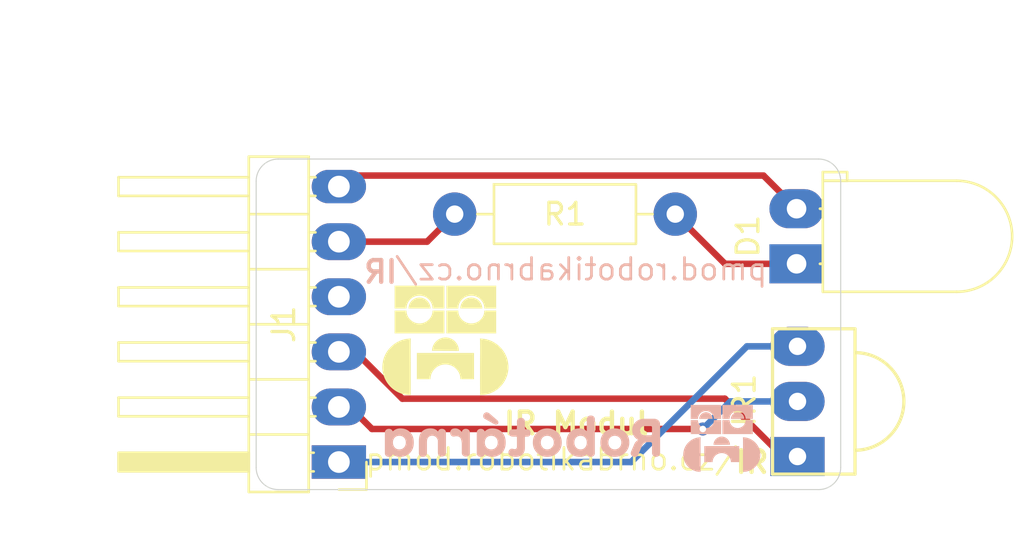
<source format=kicad_pcb>
(kicad_pcb (version 20241229) (generator "pcbnew") (generator_version "9.0")
  (layers (0 "F.Cu" signal) (2 "B.Cu" signal) (13 "F.Paste" user) (15 "B.Paste" user) (5 "F.SilkS" user "F.Silkscreen") (7 "B.SilkS" user "B.Silkscreen") (1 "F.Mask" user) (3 "B.Mask" user) (25 "Edge.Cuts" user))
  (net 0 "")
  (net 1 "Net-(D1-K)")
  (net 2 "GND")
  (net 3 "RX")
  (net 4 "+3.3V")
  (net 6 "TX")
  (net 7 "CLK")
  (footprint "Resistor_THT:R_Axial_DIN0207_L6.3mm_D2.5mm_P10.16mm_Horizontal" (layer "F.Cu") (at 80.264 45.72)
    (property "Reference" "R1")
    (property "Value" "180" (hide yes))
  )
  (footprint "LED_THT:LED_D5.0mm_Horizontal_O1.27mm_Z3.0mm_IRBlack" (layer "F.Cu") (at 96.012 48.011 90)
    (property "Reference" "D1")
    (property "Value" "SFH4550")
  )
  (footprint "IR:VS1838b" (layer "F.Cu") (at 96.0545 54.356 180)
    (property "Reference" "IR1")
    (property "Value" "VS1838b")
  )
  (footprint "MountingHole:MountingHole_3mm" (layer "F.Cu") (at 85.725 50.8)
    (property "Reference" "REF**" (hide yes))
    (property "Value" "MountingHole_3mm" (hide yes))
  )
  (footprint "Connector_PinHeader_2.54mm:PinHeader_1x06_P2.54mm_Horizontal" (layer "F.Cu") (at 74.93 57.15 180)
    (property "Reference" "J1")
    (property "Value" "Conn_01x06")
  )
  (gr_poly (pts (xy 82.175194 50.072255) (xy 81.629464 50.072255) (xy 81.628683 50.041694) (xy 81.626365 50.011534) (xy 81.622547 49.981813) (xy 81.617267 49.952567) (xy 81.610564 49.923835) (xy 81.602474 49.895653) (xy 81.593035 49.868059) (xy 81.582286 49.84109) (xy 81.570263 49.814784) (xy 81.557005 49.789177) (xy 81.542549 49.764307) (xy 81.526934 49.740211) (xy 81.510196 49.716927) (xy 81.492373 49.694492) (xy 81.473504 49.672944) (xy 81.453625 49.652319) (xy 81.432775 49.632654) (xy 81.410991 49.613988) (xy 81.388312 49.596358) (xy 81.364774 49.5798) (xy 81.340415 49.564353) (xy 81.315274 49.550053) (xy 81.289388 49.536938) (xy 81.262794 49.525045) (xy 81.23553 49.514411) (xy 81.207635 49.505075) (xy 81.179145 49.497072) (xy 81.150099 49.49044) (xy 81.120535 49.485218) (xy 81.090489 49.481441) (xy 81.059999 49.479148) (xy 81.029104 49.478375) (xy 80.998207 49.479148) (xy 80.967715 49.481441) (xy 80.937667 49.485218) (xy 80.908099 49.49044) (xy 80.879051 49.497072) (xy 80.85056 49.505075) (xy 80.822663 49.514411) (xy 80.795398 49.525045) (xy 80.768802 49.536938) (xy 80.742915 49.550053) (xy 80.717772 49.564353) (xy 80.693412 49.5798) (xy 80.669874 49.596358) (xy 80.647193 49.613988) (xy 80.625408 49.632654) (xy 80.604558 49.652319) (xy 80.584678 49.672944) (xy 80.565808 49.694492) (xy 80.547985 49.716927) (xy 80.531247 49.740211) (xy 80.515631 49.764307) (xy 80.501175 49.789177) (xy 80.487916 49.814784) (xy 80.475894 49.84109) (xy 80.465144 49.868059) (xy 80.455705 49.895653) (xy 80.447615 49.923835) (xy 80.440912 49.952567) (xy 80.435632 49.981813) (xy 80.431814 50.011534) (xy 80.429496 50.041694) (xy 80.428715 50.072255) (xy 79.883 50.072255) (xy 79.883 49.01783) (xy 82.175194 49.01783)) (fill yes) (layer "F.SilkS"))
  (gr_poly (pts (xy 78.666341 49.566344) (xy 78.69206 49.568309) (xy 78.717418 49.571537) (xy 78.742384 49.575997) (xy 78.766926 49.581657) (xy 78.791011 49.588485) (xy 78.814608 49.596449) (xy 78.837683 49.605518) (xy 78.860207 49.615659) (xy 78.882145 49.626842) (xy 78.903466 49.639033) (xy 78.924138 49.652202) (xy 78.944128 49.666316) (xy 78.963405 49.681345) (xy 78.981937 49.697255) (xy 78.999691 49.714015) (xy 79.016635 49.731594) (xy 79.032738 49.749959) (xy 79.047966 49.76908) (xy 79.062289 49.788923) (xy 79.075673 49.809457) (xy 79.088087 49.830651) (xy 79.099498 49.852473) (xy 79.109875 49.87489) (xy 79.119186 49.897871) (xy 79.127397 49.921385) (xy 79.134478 49.945399) (xy 79.140396 49.969882) (xy 79.145118 49.994802) (xy 79.148614 50.020127) (xy 79.15085 50.045825) (xy 79.151795 50.071865) (xy 78.13964 50.071564) (xy 78.140023 50.045524) (xy 78.141705 50.019826) (xy 78.144655 49.994502) (xy 78.148841 49.969584) (xy 78.154232 49.945104) (xy 78.160796 49.921093) (xy 78.168502 49.897584) (xy 78.177319 49.874607) (xy 78.187214 49.852196) (xy 78.198157 49.830381) (xy 78.210117 49.809194) (xy 78.223061 49.788668) (xy 78.236958 49.768833) (xy 78.251777 49.749722) (xy 78.267486 49.731366) (xy 78.284054 49.713798) (xy 78.30145 49.697048) (xy 78.319641 49.681149) (xy 78.338598 49.666133) (xy 78.358287 49.652031) (xy 78.378678 49.638874) (xy 78.399739 49.626696) (xy 78.421439 49.615527) (xy 78.443746 49.605399) (xy 78.466629 49.596345) (xy 78.490057 49.588395) (xy 78.513998 49.581581) (xy 78.53842 49.575936) (xy 78.563292 49.571491) (xy 78.588583 49.568278) (xy 78.614261 49.566329) (xy 78.640295 49.565675)) (fill yes) (layer "F.SilkS"))
  (gr_poly (pts (xy 81.155254 53.3315) (xy 80.528059 53.3315) (xy 80.527161 53.296377) (xy 80.524497 53.261715) (xy 80.52011 53.227557) (xy 80.514042 53.193946) (xy 80.506338 53.160925) (xy 80.497041 53.128537) (xy 80.486194 53.096823) (xy 80.47384 53.065829) (xy 80.460024 53.035595) (xy 80.444787 53.006166) (xy 80.428174 52.977583) (xy 80.410228 52.949891) (xy 80.390992 52.923131) (xy 80.37051 52.897348) (xy 80.348825 52.872582) (xy 80.325979 52.848878) (xy 80.302018 52.826279) (xy 80.276983 52.804827) (xy 80.250919 52.784564) (xy 80.223869 52.765535) (xy 80.195875 52.747782) (xy 80.166982 52.731347) (xy 80.137232 52.716275) (xy 80.10667 52.702606) (xy 80.075338 52.690385) (xy 80.043279 52.679655) (xy 80.010538 52.670457) (xy 79.977157 52.662836) (xy 79.94318 52.656834) (xy 79.90865 52.652493) (xy 79.87361 52.649858) (xy 79.838105 52.64897) (xy 79.802595 52.649858) (xy 79.767551 52.652493) (xy 79.733018 52.656834) (xy 79.699037 52.662836) (xy 79.665652 52.670457) (xy 79.632908 52.679655) (xy 79.600846 52.690385) (xy 79.569511 52.702606) (xy 79.538946 52.716275) (xy 79.509194 52.731347) (xy 79.480298 52.747782) (xy 79.452302 52.765535) (xy 79.425249 52.784564) (xy 79.399183 52.804827) (xy 79.374146 52.826279) (xy 79.350183 52.848878) (xy 79.327336 52.872582) (xy 79.305649 52.897348) (xy 79.285165 52.923131) (xy 79.265928 52.949891) (xy 79.247981 52.977583) (xy 79.231367 53.006166) (xy 79.216129 53.035595) (xy 79.202312 53.065829) (xy 79.189957 53.096823) (xy 79.17911 53.128537) (xy 79.169812 53.160925) (xy 79.162108 53.193946) (xy 79.15604 53.227557) (xy 79.151652 53.261715) (xy 79.148987 53.296377) (xy 79.14809 53.3315) (xy 78.520925 53.3315) (xy 78.520925 52.119695) (xy 81.155254 52.119695)) (fill yes) (layer "F.SilkS"))
  (gr_poly (pts (xy 80.429496 50.195561) (xy 80.431814 50.225721) (xy 80.435632 50.255442) (xy 80.440912 50.284687) (xy 80.447615 50.31342) (xy 80.455705 50.341601) (xy 80.465144 50.369195) (xy 80.475894 50.396164) (xy 80.487916 50.422471) (xy 80.501175 50.448078) (xy 80.515631 50.472948) (xy 80.531247 50.497044) (xy 80.547985 50.520327) (xy 80.565808 50.542762) (xy 80.584678 50.564311) (xy 80.604558 50.584936) (xy 80.625408 50.6046) (xy 80.647193 50.623266) (xy 80.669874 50.640897) (xy 80.693412 50.657454) (xy 80.717772 50.672902) (xy 80.742915 50.687202) (xy 80.768802 50.700317) (xy 80.795398 50.71221) (xy 80.822663 50.722843) (xy 80.85056 50.73218) (xy 80.879051 50.740183) (xy 80.908099 50.746814) (xy 80.937667 50.752037) (xy 80.967715 50.755814) (xy 80.998207 50.758107) (xy 81.029104 50.75888) (xy 81.059999 50.758107) (xy 81.090489 50.755814) (xy 81.120535 50.752037) (xy 81.150099 50.746814) (xy 81.179145 50.740183) (xy 81.207635 50.73218) (xy 81.23553 50.722843) (xy 81.262794 50.71221) (xy 81.289388 50.700317) (xy 81.315274 50.687202) (xy 81.340415 50.672902) (xy 81.364774 50.657454) (xy 81.388312 50.640897) (xy 81.410991 50.623266) (xy 81.432775 50.6046) (xy 81.453625 50.584936) (xy 81.473504 50.564311) (xy 81.492373 50.542762) (xy 81.510196 50.520327) (xy 81.526934 50.497044) (xy 81.542549 50.472948) (xy 81.557005 50.448078) (xy 81.570263 50.422471) (xy 81.582286 50.396164) (xy 81.593035 50.369195) (xy 81.602474 50.341601) (xy 81.610564 50.31342) (xy 81.617267 50.284687) (xy 81.622547 50.255442) (xy 81.626365 50.225721) (xy 81.628683 50.195561) (xy 81.629464 50.165) (xy 82.175194 50.165) (xy 82.175194 51.219425) (xy 79.883 51.219425) (xy 79.883 50.165) (xy 80.428715 50.165)) (fill yes) (layer "F.SilkS"))
  (gr_poly (pts (xy 79.869858 51.404485) (xy 79.892164 51.405867) (xy 79.91443 51.408093) (xy 79.936629 51.411158) (xy 79.958733 51.415052) (xy 79.980716 51.419769) (xy 80.00255 51.425301) (xy 80.024209 51.431641) (xy 80.045663 51.438782) (xy 80.066888 51.446717) (xy 80.087854 51.455437) (xy 80.108536 51.464936) (xy 80.128905 51.475206) (xy 80.148935 51.486241) (xy 80.168598 51.498031) (xy 80.187867 51.510571) (xy 80.206715 51.523853) (xy 80.225115 51.53787) (xy 80.243039 51.552613) (xy 80.26046 51.568077) (xy 80.277351 51.584253) (xy 80.293684 51.601134) (xy 80.309433 51.618713) (xy 80.324571 51.636982) (xy 80.339069 51.655934) (xy 80.352901 51.675563) (xy 80.366039 51.695859) (xy 80.378457 51.716817) (xy 80.390126 51.738428) (xy 80.40102 51.760685) (xy 80.411112 51.783582) (xy 80.420375 51.80711) (xy 80.427867 51.828166) (xy 80.434102 51.847413) (xy 80.439204 51.865032) (xy 80.443298 51.881201) (xy 80.446506 51.896101) (xy 80.448954 51.909909) (xy 80.450766 51.922805) (xy 80.452064 51.934968) (xy 80.452974 51.946578) (xy 80.453619 51.957814) (xy 80.454612 51.979878) (xy 80.455208 51.991066) (xy 80.456035 52.002596) (xy 80.457217 52.014647) (xy 80.45888 52.0274) (xy 80.45561 52.029155) (xy 80.436214 52.028475) (xy 80.416904 52.028172) (xy 80.378335 52.028309) (xy 80.339482 52.028798) (xy 80.299925 52.02887) (xy 79.837775 52.026215) (xy 79.526429 52.02247) (xy 79.341403 52.021804) (xy 79.268554 52.022603) (xy 79.2191 52.024475) (xy 79.215575 52.020649) (xy 79.215574 52.02065) (xy 79.230409 51.911915) (xy 79.235281 51.888783) (xy 79.241086 51.865898) (xy 79.247801 51.843284) (xy 79.255406 51.820967) (xy 79.273191 51.777316) (xy 79.294263 51.735138) (xy 79.318441 51.694626) (xy 79.345548 51.655974) (xy 79.375403 51.619375) (xy 79.407829 51.585022) (xy 79.442647 51.553108) (xy 79.479677 51.523827) (xy 79.51874 51.497371) (xy 79.559658 51.473935) (xy 79.602251 51.453711) (xy 79.62412 51.444864) (xy 79.646341 51.436892) (xy 79.668891 51.429821) (xy 79.691748 51.423673) (xy 79.71489 51.418473) (xy 79.738294 51.414245) (xy 79.751904 51.412182) (xy 79.765985 51.410243) (xy 79.780308 51.408478) (xy 79.794644 51.406934) (xy 79.808764 51.405662) (xy 79.82244 51.404709) (xy 79.835441 51.404123) (xy 79.847539 51.403955)) (fill yes) (layer "F.SilkS"))
  (gr_poly (pts (xy 78.245075 51.45563) (xy 78.240495 51.559719) (xy 78.237874 51.713073) (xy 78.236902 52.1026) (xy 78.2408 52.75811) (xy 78.24047 53.731039) (xy 78.239805 53.814328) (xy 78.238276 53.896126) (xy 78.237496 53.977322) (xy 78.23789 54.017972) (xy 78.239075 54.058804) (xy 78.23531 54.065689) (xy 78.208486 54.062023) (xy 78.183131 54.059376) (xy 78.15887 54.057485) (xy 78.135326 54.056086) (xy 78.08889 54.053711) (xy 78.065245 54.052208) (xy 78.040816 54.050144) (xy 78.015226 54.047253) (xy 77.988101 54.043275) (xy 77.959063 54.037943) (xy 77.927738 54.030996) (xy 77.89375 54.02217) (xy 77.856723 54.011201) (xy 77.816281 53.997825) (xy 77.77205 53.981779) (xy 77.722638 53.961981) (xy 77.674567 53.940444) (xy 77.627851 53.917225) (xy 77.582506 53.892382) (xy 77.538546 53.865973) (xy 77.495987 53.838055) (xy 77.454844 53.808685) (xy 77.415132 53.77792) (xy 77.376866 53.74582) (xy 77.340061 53.712439) (xy 77.304733 53.677837) (xy 77.270896 53.64207) (xy 77.238565 53.605197) (xy 77.207757 53.567273) (xy 77.178485 53.528358) (xy 77.150765 53.488508) (xy 77.124612 53.447781) (xy 77.100042 53.406234) (xy 77.077068 53.363924) (xy 77.055708 53.32091) (xy 77.035974 53.277248) (xy 77.017884 53.232997) (xy 77.001451 53.188212) (xy 76.986692 53.142953) (xy 76.97362 53.097275) (xy 76.962252 53.051238) (xy 76.952601 53.004898) (xy 76.944685 52.958312) (xy 76.938517 52.911538) (xy 76.934112 52.864634) (xy 76.931487 52.817657) (xy 76.930655 52.770664) (xy 76.931172 52.7452) (xy 76.932577 52.717841) (xy 76.934762 52.689067) (xy 76.937624 52.659361) (xy 76.941058 52.629203) (xy 76.944959 52.599075) (xy 76.949221 52.569459) (xy 76.95374 52.540834) (xy 76.96294 52.491618) (xy 76.974184 52.442966) (xy 76.98742 52.394926) (xy 77.002597 52.347543) (xy 77.019664 52.300866) (xy 77.03857 52.25494) (xy 77.081693 52.165531) (xy 77.131556 52.07969) (xy 77.187752 51.997792) (xy 77.249871 51.920211) (xy 77.317503 51.847321) (xy 77.39024 51.779497) (xy 77.467672 51.717113) (xy 77.54939 51.660543) (xy 77.634986 51.610162) (xy 77.724049 51.566343) (xy 77.816171 51.529462) (xy 77.863251 51.51374) (xy 77.910943 51.499893) (xy 77.959194 51.487967) (xy 78.007955 51.47801) (xy 78.237065 51.44816)) (fill yes) (layer "F.SilkS"))
  (gr_poly (pts (xy 81.664024 51.47801) (xy 81.712784 51.487967) (xy 81.761036 51.499893) (xy 81.808727 51.51374) (xy 81.855807 51.529462) (xy 81.947928 51.566343) (xy 82.036991 51.610162) (xy 82.122585 51.660543) (xy 82.204302 51.717113) (xy 82.281733 51.779497) (xy 82.354468 51.847321) (xy 82.422099 51.920211) (xy 82.484216 51.997792) (xy 82.540411 52.07969) (xy 82.590274 52.165531) (xy 82.633395 52.25494) (xy 82.652301 52.300866) (xy 82.669367 52.347543) (xy 82.684544 52.394926) (xy 82.69778 52.442966) (xy 82.709023 52.491618) (xy 82.718224 52.540834) (xy 82.722743 52.569459) (xy 82.727005 52.599075) (xy 82.730906 52.629203) (xy 82.734339 52.659361) (xy 82.737201 52.689067) (xy 82.739387 52.717841) (xy 82.740791 52.7452) (xy 82.741309 52.770664) (xy 82.740477 52.817657) (xy 82.737852 52.864634) (xy 82.733447 52.911538) (xy 82.727279 52.958312) (xy 82.719362 53.004898) (xy 82.709712 53.051238) (xy 82.698344 53.097275) (xy 82.685272 53.142953) (xy 82.670513 53.188212) (xy 82.65408 53.232997) (xy 82.635989 53.277248) (xy 82.616256 53.32091) (xy 82.594895 53.363924) (xy 82.571922 53.406234) (xy 82.547352 53.447781) (xy 82.521199 53.488508) (xy 82.493479 53.528358) (xy 82.464207 53.567273) (xy 82.433399 53.605197) (xy 82.401068 53.64207) (xy 82.367231 53.677837) (xy 82.331903 53.712439) (xy 82.295098 53.74582) (xy 82.256832 53.77792) (xy 82.21712 53.808685) (xy 82.175977 53.838055) (xy 82.133418 53.865973) (xy 82.089458 53.892382) (xy 82.044113 53.917225) (xy 81.997397 53.940444) (xy 81.949325 53.961981) (xy 81.899914 53.981779) (xy 81.855683 53.997825) (xy 81.815241 54.011201) (xy 81.778215 54.02217) (xy 81.744226 54.030996) (xy 81.712901 54.037943) (xy 81.683864 54.043275) (xy 81.656738 54.047253) (xy 81.631148 54.050144) (xy 81.606719 54.052208) (xy 81.583074 54.053711) (xy 81.536638 54.056086) (xy 81.513094 54.057485) (xy 81.488833 54.059376) (xy 81.463478 54.062023) (xy 81.436654 54.065689) (xy 81.432889 54.058804) (xy 81.434074 54.017972) (xy 81.434468 53.977322) (xy 81.433688 53.896126) (xy 81.432159 53.814328) (xy 81.431494 53.731039) (xy 81.431164 52.75811) (xy 81.435062 52.1026) (xy 81.43409 51.713073) (xy 81.431469 51.559719) (xy 81.426889 51.45563) (xy 81.434914 51.44816)) (fill yes) (layer "F.SilkS"))
  (gr_poly (pts (xy 79.78994 50.070755) (xy 79.244209 50.070755) (xy 79.243428 50.040194) (xy 79.24111 50.010034) (xy 79.237292 49.980313) (xy 79.232013 49.951067) (xy 79.225309 49.922335) (xy 79.217219 49.894153) (xy 79.20778 49.866559) (xy 79.197031 49.83959) (xy 79.185008 49.813284) (xy 79.17175 49.787677) (xy 79.157295 49.762807) (xy 79.141679 49.738711) (xy 79.124941 49.715427) (xy 79.107118 49.692992) (xy 79.088249 49.671444) (xy 79.06837 49.650819) (xy 79.04752 49.631154) (xy 79.025737 49.612488) (xy 79.003057 49.594858) (xy 78.979519 49.5783) (xy 78.95516 49.562853) (xy 78.930019 49.548553) (xy 78.904133 49.535438) (xy 78.877539 49.523545) (xy 78.850276 49.512911) (xy 78.82238 49.503575) (xy 78.793891 49.495572) (xy 78.764845 49.48894) (xy 78.73528 49.483718) (xy 78.705234 49.479941) (xy 78.674744 49.477648) (xy 78.64385 49.476875) (xy 78.612952 49.477648) (xy 78.58246 49.479941) (xy 78.552412 49.483718) (xy 78.522845 49.48894) (xy 78.493797 49.495572) (xy 78.465305 49.503575) (xy 78.437408 49.512911) (xy 78.410143 49.523545) (xy 78.383548 49.535438) (xy 78.35766 49.548553) (xy 78.332517 49.562853) (xy 78.308158 49.5783) (xy 78.284619 49.594858) (xy 78.261938 49.612488) (xy 78.240154 49.631154) (xy 78.219303 49.650819) (xy 78.199424 49.671444) (xy 78.180554 49.692992) (xy 78.16273 49.715427) (xy 78.145992 49.738711) (xy 78.130376 49.762807) (xy 78.11592 49.787677) (xy 78.102662 49.813284) (xy 78.090639 49.83959) (xy 78.079889 49.866559) (xy 78.07045 49.894153) (xy 78.06236 49.922335) (xy 78.055657 49.951067) (xy 78.050377 49.980313) (xy 78.046559 50.010034) (xy 78.044241 50.040194) (xy 78.04346 50.070755) (xy 77.497745 50.070755) (xy 77.497745 49.01633) (xy 79.78994 49.01633)) (fill yes) (layer "F.SilkS"))
  (gr_poly (pts (xy 81.051596 49.566344) (xy 81.077314 49.568309) (xy 81.102673 49.571537) (xy 81.127639 49.575997) (xy 81.152181 49.581657) (xy 81.176266 49.588485) (xy 81.199862 49.596449) (xy 81.222938 49.605518) (xy 81.245461 49.615659) (xy 81.267399 49.626842) (xy 81.28872 49.639033) (xy 81.309392 49.652202) (xy 81.329383 49.666316) (xy 81.34866 49.681345) (xy 81.367192 49.697255) (xy 81.384946 49.714015) (xy 81.40189 49.731594) (xy 81.417992 49.749959) (xy 81.433221 49.76908) (xy 81.447543 49.788923) (xy 81.460928 49.809457) (xy 81.473341 49.830651) (xy 81.484753 49.852473) (xy 81.49513 49.87489) (xy 81.50444 49.897871) (xy 81.512652 49.921385) (xy 81.519733 49.945399) (xy 81.52565 49.969882) (xy 81.530373 49.994802) (xy 81.533868 50.020127) (xy 81.536105 50.045825) (xy 81.537049 50.071865) (xy 80.524894 50.071564) (xy 80.525277 50.045524) (xy 80.52696 50.019826) (xy 80.529909 49.994502) (xy 80.534095 49.969584) (xy 80.539486 49.945104) (xy 80.546051 49.921093) (xy 80.553757 49.897584) (xy 80.562573 49.874607) (xy 80.572469 49.852196) (xy 80.583412 49.830381) (xy 80.595371 49.809194) (xy 80.608315 49.788668) (xy 80.622212 49.768833) (xy 80.637031 49.749722) (xy 80.652741 49.731366) (xy 80.669309 49.713798) (xy 80.686704 49.697048) (xy 80.704896 49.681149) (xy 80.723852 49.666133) (xy 80.743541 49.652031) (xy 80.763932 49.638874) (xy 80.784994 49.626696) (xy 80.806693 49.615527) (xy 80.829001 49.605399) (xy 80.851884 49.596345) (xy 80.875312 49.588395) (xy 80.899252 49.581581) (xy 80.923674 49.575936) (xy 80.948546 49.571491) (xy 80.973837 49.568278) (xy 80.999515 49.566329) (xy 81.025549 49.565675)) (fill yes) (layer "F.SilkS"))
  (gr_poly (pts (xy 78.044241 50.195561) (xy 78.046559 50.225721) (xy 78.050377 50.255442) (xy 78.055657 50.284687) (xy 78.06236 50.31342) (xy 78.07045 50.341601) (xy 78.079889 50.369195) (xy 78.090639 50.396164) (xy 78.102662 50.422471) (xy 78.11592 50.448078) (xy 78.130376 50.472948) (xy 78.145992 50.497044) (xy 78.16273 50.520327) (xy 78.180554 50.542762) (xy 78.199424 50.564311) (xy 78.219303 50.584936) (xy 78.240154 50.6046) (xy 78.261938 50.623266) (xy 78.284619 50.640897) (xy 78.308158 50.657454) (xy 78.332517 50.672902) (xy 78.35766 50.687202) (xy 78.383548 50.700317) (xy 78.410143 50.71221) (xy 78.437408 50.722843) (xy 78.465305 50.73218) (xy 78.493797 50.740183) (xy 78.522845 50.746814) (xy 78.552412 50.752037) (xy 78.58246 50.755814) (xy 78.612952 50.758107) (xy 78.64385 50.75888) (xy 78.674744 50.758107) (xy 78.705234 50.755814) (xy 78.73528 50.752037) (xy 78.764845 50.746814) (xy 78.793891 50.740183) (xy 78.82238 50.73218) (xy 78.850276 50.722843) (xy 78.877539 50.71221) (xy 78.904133 50.700317) (xy 78.930019 50.687202) (xy 78.95516 50.672902) (xy 78.979519 50.657454) (xy 79.003057 50.640897) (xy 79.025737 50.623266) (xy 79.04752 50.6046) (xy 79.06837 50.584936) (xy 79.088249 50.564311) (xy 79.107118 50.542762) (xy 79.124941 50.520327) (xy 79.141679 50.497044) (xy 79.157295 50.472948) (xy 79.17175 50.448078) (xy 79.185008 50.422471) (xy 79.197031 50.396164) (xy 79.20778 50.369195) (xy 79.217219 50.341601) (xy 79.225309 50.31342) (xy 79.232013 50.284687) (xy 79.237292 50.255442) (xy 79.24111 50.225721) (xy 79.243428 50.195561) (xy 79.244209 50.165) (xy 79.78994 50.165) (xy 79.78994 51.219425) (xy 77.497745 51.219425) (xy 77.497745 50.165) (xy 78.04346 50.165)) (fill yes) (layer "F.SilkS"))
  (gr_poly (pts (xy 77.734099 55.598418) (xy 77.709824 55.600055) (xy 77.685946 55.602783) (xy 77.662465 55.606603) (xy 77.639381 55.611513) (xy 77.616694 55.617515) (xy 77.594404 55.624608) (xy 77.572511 55.632793) (xy 77.551015 55.642068) (xy 77.529916 55.652435) (xy 77.509215 55.663893) (xy 77.48891 55.676443) (xy 77.469003 55.690083) (xy 77.449493 55.704815) (xy 77.430381 55.720638) (xy 77.411666 55.737553) (xy 77.409432 55.731271) (xy 77.406967 55.725121) (xy 77.40427 55.719103) (xy 77.401341 55.713217) (xy 77.398181 55.707463) (xy 77.394789 55.701841) (xy 77.391165 55.696351) (xy 77.38731 55.690993) (xy 77.383224 55.685767) (xy 77.378907 55.680673) (xy 77.374358 55.675711) (xy 77.369578 55.670881) (xy 77.364566 55.666183) (xy 77.359324 55.661617) (xy 77.35385 55.657183) (xy 77.348145 55.652881) (xy 77.342259 55.648783) (xy 77.336241 55.644949) (xy 77.330091 55.641379) (xy 77.323809 55.638073) (xy 77.317394 55.635032) (xy 77.310848 55.632254) (xy 77.304169 55.629741) (xy 77.297357 55.627493) (xy 77.290413 55.625508) (xy 77.283337 55.623789) (xy 77.276129 55.622333) (xy 77.268787 55.621142) (xy 77.261314 55.620216) (xy 77.253707 55.619554) (xy 77.245968 55.619157) (xy 77.238097 55.619025) (xy 77.227637 55.619215) (xy 77.217425 55.619785) (xy 77.207462 55.620736) (xy 77.197746 55.622067) (xy 77.188279 55.623779) (xy 77.179059 55.625871) (xy 77.170088 55.628344) (xy 77.161365 55.631197) (xy 77.152889 55.634431) (xy 77.144661 55.638045) (xy 77.136681 55.64204) (xy 77.128949 55.646416) (xy 77.121465 55.651173) (xy 77.114228 55.656311) (xy 77.107239 55.661829) (xy 77.100498 55.667729) (xy 77.094092 55.673887) (xy 77.0881 55.680194) (xy 77.082521 55.686649) (xy 77.077355 55.693254) (xy 77.072603 55.700007) (xy 77.068264 55.706909) (xy 77.064338 55.71396) (xy 77.060826 55.721161) (xy 77.057726 55.72851) (xy 77.05504 55.736009) (xy 77.052768 55.743658) (xy 77.050908 55.751456) (xy 77.049462 55.759403) (xy 77.048429 55.767501) (xy 77.047809 55.775748) (xy 77.047602 55.784145) (xy 77.047602 56.745105) (xy 77.047809 56.754) (xy 77.048429 56.762697) (xy 77.049462 56.771196) (xy 77.050908 56.779496) (xy 77.052768 56.787599) (xy 77.05504 56.795503) (xy 77.057726 56.803209) (xy 77.060826 56.810717) (xy 77.064338 56.818026) (xy 77.068264 56.825137) (xy 77.072603 56.832049) (xy 77.077355 56.838763) (xy 77.082521 56.845279) (xy 77.0881 56.851595) (xy 77.094092 56.857713) (xy 77.100498 56.863633) (xy 77.107239 56.869271) (xy 77.114228 56.874545) (xy 77.121465 56.879456) (xy 77.128949 56.884003) (xy 77.136681 56.888186) (xy 77.144661 56.892005) (xy 77.152889 56.895461) (xy 77.161365 56.898553) (xy 77.170088 56.901281) (xy 77.179059 56.903645) (xy 77.188279 56.905646) (xy 77.197746 56.907283) (xy 77.207462 56.908556) (xy 77.217425 56.909465) (xy 77.227637 56.910011) (xy 77.238097 56.910193) (xy 77.255144 56.909713) (xy 77.271364 56.908274) (xy 77.286758 56.905876) (xy 77.301325 56.902519) (xy 77.315066 56.898202) (xy 77.32798 56.892926) (xy 77.334128 56.889929) (xy 77.340068 56.886691) (xy 77.345802 56.883214) (xy 77.351329 56.879497) (xy 77.35665 56.87554) (xy 77.361764 56.871343) (xy 77.366672 56.866907) (xy 77.371373 56.86223) (xy 77.375867 56.857314) (xy 77.380154 56.852158) (xy 77.384235 56.846762) (xy 77.38811 56.841127) (xy 77.395238 56.829136) (xy 77.401541 56.816186) (xy 77.407017 56.802277) (xy 77.411666 56.787409) (xy 77.428846 56.802277) (xy 77.446522 56.816186) (xy 77.464694 56.829136) (xy 77.483361 56.841127) (xy 77.502525 56.852158) (xy 77.522185 56.86223) (xy 77.542341 56.871343) (xy 77.562994 56.879497) (xy 77.584143 56.886691) (xy 77.605789 56.892926) (xy 77.627931 56.898202) (xy 77.65057 56.902519) (xy 77.673706 56.905876) (xy 77.69734 56.908274) (xy 77.72147 56.909713) (xy 77.746097 56.910193) (xy 77.746101 56.910193) (xy 77.781133 56.90949) (xy 77.815321 56.907382) (xy 77.848666 56.903868) (xy 77.881167 56.898949) (xy 77.912824 56.892624) (xy 77.943639 56.884894) (xy 77.973609 56.875758) (xy 78.002736 56.865217) (xy 78.03102 56.85327) (xy 78.058461 56.839918) (xy 78.085058 56.82516) (xy 78.110812 56.808997) (xy 78.135722 56.791428) (xy 78.15979 56.772454) (xy 78.183014 56.752074) (xy 78.205395 56.730289) (xy 78.226669 56.707324) (xy 78.24657 56.683417) (xy 78.265099 56.658568) (xy 78.282255 56.632777) (xy 78.298039 56.606044) (xy 78.31245 56.578369) (xy 78.325489 56.549752) (xy 78.337155 56.520193) (xy 78.347449 56.489692) (xy 78.35637 56.458249) (xy 78.363919 56.425864) (xy 78.370095 56.392537) (xy 78.374899 56.358268) (xy 78.37833 56.323057) (xy 78.380389 56.286904) (xy 78.381075 56.249809) (xy 78.381075 56.249808) (xy 78.012788 56.249808) (xy 78.012465 56.266567) (xy 78.011498 56.282978) (xy 78.009885 56.299042) (xy 78.007628 56.314758) (xy 78.004725 56.330128) (xy 78.001178 56.34515) (xy 77.996985 56.359825) (xy 77.992148 56.374152) (xy 77.986665 56.388133) (xy 77.980537 56.401766) (xy 77.973765 56.415052) (xy 77.966348 56.427991) (xy 77.958285 56.440582) (xy 77.949578 56.452826) (xy 77.940225 56.464723) (xy 77.930228 56.476273) (xy 77.919718 56.487293) (xy 77.908829 56.497603) (xy 77.897559 56.507201) (xy 77.88591 56.516089) (xy 77.873881 56.524265) (xy 77.861472 56.531731) (xy 77.848682 56.538485) (xy 77.835512 56.544529) (xy 77.821961 56.549861) (xy 77.80803 56.554483) (xy 77.793717 56.558393) (xy 77.779024 56.561593) (xy 77.763949 56.564081) (xy 77.748493 56.565859) (xy 77.732656 56.566925) (xy 77.716436 56.567281) (xy 77.699719 56.566925) (xy 77.683432 56.565859) (xy 77.667574 56.564081) (xy 77.652147 56.561593) (xy 77.637149 56.558393) (xy 77.622581 56.554483) (xy 77.608444 56.549861) (xy 77.594736 56.544529) (xy 77.581459 56.538485) (xy 77.568612 56.531731) (xy 77.556195 56.524265) (xy 77.544208 56.516089) (xy 77.532652 56.507201) (xy 77.521526 56.497603) (xy 77.51083 56.487293) (xy 77.500565 56.476273) (xy 77.490823 56.464723) (xy 77.48171 56.452826) (xy 77.473225 56.440582) (xy 77.465369 56.427991) (xy 77.458141 56.415052) (xy 77.451542 56.401766) (xy 77.445571 56.388133) (xy 77.440228 56.374153) (xy 77.435515 56.359825) (xy 77.431429 56.34515) (xy 77.427972 56.330128) (xy 77.425144 56.314759) (xy 77.422944 56.299042) (xy 77.421373 56.282978) (xy 77.42043 56.266567) (xy 77.420116 56.249808) (xy 77.42043 56.232558) (xy 77.421373 56.215737) (xy 77.422944 56.199348) (xy 77.425144 56.183388) (xy 77.427972 56.167859) (xy 77.431429 56.15276) (xy 77.435514 56.138091) (xy 77.440228 56.123853) (xy 77.44557 56.110044) (xy 77.451541 56.096666) (xy 77.45814 56.083717) (xy 77.465368 56.071199) (xy 77.473225 56.059111) (xy 77.48171 56.047452) (xy 77.490823 56.036223) (xy 77.500565 56.025425) (xy 77.51083 56.015171) (xy 77.521526 56.00558) (xy 77.532652 55.996649) (xy 77.544208 55.988381) (xy 77.556195 55.980773) (xy 77.568612 55.973828) (xy 77.58146 55.967543) (xy 77.594737 55.961921) (xy 77.608445 55.956959) (xy 77.622582 55.95266) (xy 77.63715 55.949021) (xy 77.652148 55.946045) (xy 77.667575 55.943729) (xy 77.683432 55.942076) (xy 77.69972 55.941083) (xy 77.716436 55.940753) (xy 77.732656 55.941083) (xy 77.748493 55.942076) (xy 77.763949 55.943729) (xy 77.779024 55.946045) (xy 77.793717 55.949021) (xy 77.80803 55.95266) (xy 77.821961 55.956959) (xy 77.835512 55.961921) (xy 77.848682 55.967543) (xy 77.861472 55.973828) (xy 77.873881 55.980773) (xy 77.88591 55.988381) (xy 77.897559 55.996649) (xy 77.908829 56.00558) (xy 77.919718 56.015171) (xy 77.930228 56.025425) (xy 77.940226 56.036224) (xy 77.949578 56.047452) (xy 77.958286 56.059111) (xy 77.966349 56.071199) (xy 77.973766 56.083717) (xy 77.980539 56.096666) (xy 77.986666 56.110044) (xy 77.992148 56.123853) (xy 77.996986 56.138091) (xy 78.001178 56.15276) (xy 78.004726 56.167859) (xy 78.007628 56.183388) (xy 78.009885 56.199348) (xy 78.011498 56.215737) (xy 78.012465 56.232558) (xy 78.012788 56.249808) (xy 78.381075 56.249808) (xy 78.380405 56.212725) (xy 78.378396 56.176616) (xy 78.375047 56.141484) (xy 78.370359 56.107327) (xy 78.364332 56.074146) (xy 78.356964 56.04194) (xy 78.348258 56.010711) (xy 78.338212 55.980457) (xy 78.326826 55.951179) (xy 78.314101 55.922876) (xy 78.300036 55.89555) (xy 78.284631 55.869199) (xy 78.267888 55.843824) (xy 78.249804 55.819424) (xy 78.230381 55.796001) (xy 78.209619 55.773553) (xy 78.187771 55.752279) (xy 78.165078 55.732378) (xy 78.141541 55.713849) (xy 78.11716 55.696693) (xy 78.091935 55.680909) (xy 78.065865 55.666498) (xy 78.038952 55.653459) (xy 78.011195 55.641793) (xy 77.982594 55.631499) (xy 77.953149 55.622578) (xy 77.922861 55.615029) (xy 77.89173 55.608853) (xy 77.859755 55.604049) (xy 77.826936 55.600618) (xy 77.793275 55.598559) (xy 77.75877 55.597873)) (fill yes) (layer "B.SilkS"))
  (gr_poly (pts (xy 91.760276 57.155345) (xy 92.143828 57.155345) (xy 92.144377 57.133865) (xy 92.146007 57.112667) (xy 92.14869 57.091778) (xy 92.152401 57.071223) (xy 92.157113 57.051028) (xy 92.162799 57.031221) (xy 92.169434 57.011826) (xy 92.176989 56.992871) (xy 92.185439 56.974381) (xy 92.194758 56.956384) (xy 92.204919 56.938904) (xy 92.215894 56.921968) (xy 92.227659 56.905603) (xy 92.240186 56.889835) (xy 92.253448 56.874689) (xy 92.26742 56.860193) (xy 92.282074 56.846372) (xy 92.297385 56.833253) (xy 92.313325 56.820861) (xy 92.329869 56.809224) (xy 92.346989 56.798367) (xy 92.364659 56.788316) (xy 92.382852 56.779098) (xy 92.401543 56.770739) (xy 92.420704 56.763265) (xy 92.440309 56.756703) (xy 92.460332 56.751078) (xy 92.480746 56.746417) (xy 92.501524 56.742746) (xy 92.52264 56.740092) (xy 92.544068 56.73848) (xy 92.56578 56.737937) (xy 92.587495 56.73848) (xy 92.608925 56.740092) (xy 92.630043 56.742746) (xy 92.650823 56.746417) (xy 92.671239 56.751078) (xy 92.691262 56.756703) (xy 92.710869 56.763265) (xy 92.730031 56.770739) (xy 92.748722 56.779098) (xy 92.766916 56.788316) (xy 92.784586 56.798367) (xy 92.801705 56.809224) (xy 92.818248 56.820861) (xy 92.834188 56.833253) (xy 92.849498 56.846372) (xy 92.864152 56.860193) (xy 92.878123 56.874689) (xy 92.891385 56.889835) (xy 92.90391 56.905603) (xy 92.915674 56.921968) (xy 92.926649 56.938904) (xy 92.936808 56.956384) (xy 92.946126 56.974381) (xy 92.954575 56.992871) (xy 92.96213 57.011826) (xy 92.968763 57.031221) (xy 92.974449 57.051028) (xy 92.97916 57.071223) (xy 92.982871 57.091778) (xy 92.985554 57.112667) (xy 92.987183 57.133865) (xy 92.987732 57.155345) (xy 93.371284 57.155345) (xy 93.371284 56.414257) (xy 91.760276 56.414257)) (fill yes) (layer "B.SilkS"))
  (gr_poly (pts (xy 81.967445 55.598419) (xy 81.94317 55.600056) (xy 81.919292 55.602784) (xy 81.895811 55.606603) (xy 81.872727 55.611514) (xy 81.85004 55.617516) (xy 81.82775 55.624609) (xy 81.805857 55.632793) (xy 81.784361 55.642069) (xy 81.763262 55.652436) (xy 81.742561 55.663894) (xy 81.722256 55.676443) (xy 81.702349 55.690084) (xy 81.68284 55.704816) (xy 81.663728 55.720639) (xy 81.645013 55.737553) (xy 81.642779 55.731271) (xy 81.640314 55.725121) (xy 81.637616 55.719103) (xy 81.634687 55.713217) (xy 81.631527 55.707463) (xy 81.628135 55.701841) (xy 81.624512 55.696351) (xy 81.620657 55.690993) (xy 81.616571 55.685767) (xy 81.612253 55.680673) (xy 81.607704 55.675711) (xy 81.602924 55.670881) (xy 81.597913 55.666183) (xy 81.592671 55.661617) (xy 81.587197 55.657183) (xy 81.581493 55.652881) (xy 81.575607 55.648783) (xy 81.569589 55.644949) (xy 81.563438 55.641379) (xy 81.557156 55.638074) (xy 81.550742 55.635032) (xy 81.544195 55.632255) (xy 81.537516 55.629742) (xy 81.530705 55.627493) (xy 81.523761 55.625509) (xy 81.516685 55.623789) (xy 81.509476 55.622334) (xy 81.502135 55.621143) (xy 81.494662 55.620216) (xy 81.487055 55.619555) (xy 81.479317 55.619158) (xy 81.471445 55.619025) (xy 81.460985 55.619215) (xy 81.450773 55.619786) (xy 81.44081 55.620736) (xy 81.431095 55.622068) (xy 81.421627 55.623779) (xy 81.412408 55.625871) (xy 81.403436 55.628344) (xy 81.394713 55.631197) (xy 81.386237 55.634431) (xy 81.378009 55.638045) (xy 81.370029 55.642041) (xy 81.362297 55.646417) (xy 81.354813 55.651173) (xy 81.347576 55.656311) (xy 81.340587 55.66183) (xy 81.333845 55.667729) (xy 81.32744 55.673887) (xy 81.321447 55.680194) (xy 81.315869 55.68665) (xy 81.310703 55.693254) (xy 81.305951 55.700007) (xy 81.301611 55.70691) (xy 81.297685 55.713961) (xy 81.294173 55.721161) (xy 81.291073 55.728511) (xy 81.288387 55.73601) (xy 81.286114 55.743658) (xy 81.284254 55.751456) (xy 81.282808 55.759404) (xy 81.281775 55.767501) (xy 81.281155 55.775748) (xy 81.280948 55.784145) (xy 81.280948 56.745105) (xy 81.281155 56.754) (xy 81.281775 56.762697) (xy 81.282808 56.771196) (xy 81.284254 56.779497) (xy 81.286114 56.787599) (xy 81.288387 56.795504) (xy 81.291073 56.80321) (xy 81.294173 56.810717) (xy 81.297685 56.818027) (xy 81.301611 56.825137) (xy 81.305951 56.83205) (xy 81.310703 56.838764) (xy 81.315869 56.845279) (xy 81.321447 56.851596) (xy 81.32744 56.857714) (xy 81.333845 56.863633) (xy 81.340587 56.869271) (xy 81.347576 56.874546) (xy 81.354813 56.879456) (xy 81.362297 56.884003) (xy 81.370029 56.888186) (xy 81.378009 56.892006) (xy 81.386237 56.895461) (xy 81.394713 56.898553) (xy 81.403436 56.901281) (xy 81.412408 56.903646) (xy 81.421627 56.905646) (xy 81.431095 56.907283) (xy 81.44081 56.908556) (xy 81.450773 56.909466) (xy 81.460985 56.910011) (xy 81.471445 56.910193) (xy 81.488492 56.909714) (xy 81.504712 56.908275) (xy 81.520106 56.905877) (xy 81.534673 56.902519) (xy 81.548414 56.898202) (xy 81.561328 56.892927) (xy 81.567475 56.889929) (xy 81.573416 56.886692) (xy 81.57915 56.883214) (xy 81.584677 56.879497) (xy 81.589997 56.87554) (xy 81.595112 56.871344) (xy 81.600019 56.866907) (xy 81.60472 56.862231) (xy 81.609214 56.857314) (xy 81.613502 56.852158) (xy 81.617582 56.846763) (xy 81.621457 56.841127) (xy 81.628586 56.829137) (xy 81.634888 56.816187) (xy 81.640364 56.802278) (xy 81.645013 56.787409) (xy 81.662193 56.802278) (xy 81.679869 56.816187) (xy 81.69804 56.829137) (xy 81.716708 56.841127) (xy 81.735872 56.852158) (xy 81.755532 56.862231) (xy 81.775688 56.871344) (xy 81.796341 56.879497) (xy 81.81749 56.886692) (xy 81.839136 56.892927) (xy 81.861279 56.898202) (xy 81.883918 56.902519) (xy 81.907054 56.905877) (xy 81.930687 56.908275) (xy 81.954817 56.909714) (xy 81.979444 56.910193) (xy 82.014477 56.90949) (xy 82.048667 56.907382) (xy 82.082013 56.903868) (xy 82.114516 56.898949) (xy 82.146176 56.892624) (xy 82.176993 56.884894) (xy 82.206967 56.875758) (xy 82.236097 56.865217) (xy 82.264384 56.85327) (xy 82.291827 56.839918) (xy 82.318427 56.82516) (xy 82.344183 56.808997) (xy 82.369096 56.791428) (xy 82.393165 56.772454) (xy 82.416391 56.752074) (xy 82.438773 56.730289) (xy 82.460047 56.707324) (xy 82.479948 56.683417) (xy 82.498477 56.658568) (xy 82.515633 56.632777) (xy 82.531417 56.606044) (xy 82.545828 56.578369) (xy 82.558867 56.549752) (xy 82.570533 56.520193) (xy 82.580827 56.489692) (xy 82.589748 56.458249) (xy 82.597297 56.425864) (xy 82.603473 56.392537) (xy 82.608277 56.358268) (xy 82.611708 56.323057) (xy 82.613767 56.286904) (xy 82.614453 56.249809) (xy 82.246165 56.249809) (xy 82.245843 56.266567) (xy 82.244875 56.282978) (xy 82.243263 56.299042) (xy 82.241005 56.314759) (xy 82.238102 56.330128) (xy 82.234554 56.34515) (xy 82.23036 56.359825) (xy 82.225521 56.374153) (xy 82.220037 56.388133) (xy 82.213907 56.401766) (xy 82.207132 56.415052) (xy 82.199711 56.427991) (xy 82.191645 56.440582) (xy 82.182933 56.452826) (xy 82.173576 56.464723) (xy 82.163573 56.476273) (xy 82.153063 56.487294) (xy 82.142174 56.497603) (xy 82.130905 56.507202) (xy 82.119256 56.516089) (xy 82.107226 56.524265) (xy 82.094817 56.531731) (xy 82.082027 56.538485) (xy 82.068857 56.544529) (xy 82.055306 56.549861) (xy 82.041375 56.554483) (xy 82.027062 56.558393) (xy 82.012369 56.561593) (xy 81.997294 56.564081) (xy 81.981838 56.565859) (xy 81.966 56.566925) (xy 81.949781 56.567281) (xy 81.933064 56.566925) (xy 81.916777 56.565859) (xy 81.900919 56.564081) (xy 81.885492 56.561593) (xy 81.870494 56.558393) (xy 81.855926 56.554483) (xy 81.841788 56.549861) (xy 81.828081 56.544529) (xy 81.814803 56.538485) (xy 81.801956 56.531731) (xy 81.789539 56.524265) (xy 81.777552 56.516089) (xy 81.765995 56.507202) (xy 81.754869 56.497603) (xy 81.744174 56.487294) (xy 81.733908 56.476273) (xy 81.724167 56.464723) (xy 81.715054 56.452826) (xy 81.706569 56.440582) (xy 81.698713 56.427991) (xy 81.691485 56.415052) (xy 81.684886 56.401766) (xy 81.678915 56.388133) (xy 81.673573 56.374153) (xy 81.668859 56.359825) (xy 81.664774 56.34515) (xy 81.661318 56.330128) (xy 81.658489 56.314759) (xy 81.65629 56.299042) (xy 81.654719 56.282978) (xy 81.653776 56.266567) (xy 81.653462 56.249809) (xy 81.653776 56.232558) (xy 81.654719 56.215738) (xy 81.65629 56.199348) (xy 81.658489 56.183388) (xy 81.661318 56.167859) (xy 81.664774 56.15276) (xy 81.668859 56.138091) (xy 81.673573 56.123853) (xy 81.678915 56.110044) (xy 81.684886 56.096666) (xy 81.691485 56.083718) (xy 81.698713 56.071199) (xy 81.706569 56.059111) (xy 81.715054 56.047452) (xy 81.724167 56.036224) (xy 81.733908 56.025425) (xy 81.744174 56.015172) (xy 81.754869 56.00558) (xy 81.765995 55.99665) (xy 81.777552 55.988381) (xy 81.789539 55.980774) (xy 81.801956 55.973828) (xy 81.814803 55.967544) (xy 81.828081 55.961921) (xy 81.841788 55.95696) (xy 81.855926 55.95266) (xy 81.870494 55.949022) (xy 81.885492 55.946045) (xy 81.900919 55.94373) (xy 81.916777 55.942076) (xy 81.933064 55.941084) (xy 81.949781 55.940753) (xy 81.966 55.941084) (xy 81.981838 55.942076) (xy 81.997294 55.94373) (xy 82.012369 55.946045) (xy 82.027062 55.949022) (xy 82.041375 55.95266) (xy 82.055306 55.95696) (xy 82.068857 55.961921) (xy 82.082027 55.967544) (xy 82.094817 55.973828) (xy 82.107226 55.980774) (xy 82.119256 55.988381) (xy 82.130905 55.99665) (xy 82.142174 56.00558) (xy 82.153063 56.015172) (xy 82.163573 56.025425) (xy 82.173576 56.036224) (xy 82.182933 56.047452) (xy 82.191645 56.059111) (xy 82.199711 56.071199) (xy 82.207132 56.083718) (xy 82.213907 56.096666) (xy 82.220037 56.110044) (xy 82.225521 56.123853) (xy 82.23036 56.138092) (xy 82.234554 56.15276) (xy 82.238102 56.167859) (xy 82.241005 56.183388) (xy 82.243263 56.199348) (xy 82.244875 56.215738) (xy 82.245843 56.232558) (xy 82.246165 56.249809) (xy 82.614453 56.249809) (xy 82.613783 56.212725) (xy 82.611774 56.176617) (xy 82.608425 56.141484) (xy 82.603737 56.107327) (xy 82.597709 56.074146) (xy 82.590342 56.041941) (xy 82.581635 56.010711) (xy 82.571589 55.980457) (xy 82.560203 55.951179) (xy 82.547478 55.922877) (xy 82.533413 55.89555) (xy 82.518009 55.869199) (xy 82.501265 55.843824) (xy 82.483182 55.819425) (xy 82.463759 55.796001) (xy 82.442997 55.773553) (xy 82.421148 55.752279) (xy 82.398454 55.732378) (xy 82.374916 55.713849) (xy 82.350532 55.696693) (xy 82.325305 55.680909) (xy 82.299233 55.666498) (xy 82.272316 55.653459) (xy 82.244556 55.641793) (xy 82.215952 55.631499) (xy 82.186505 55.622578) (xy 82.156214 55.615029) (xy 82.12508 55.608853) (xy 82.093103 55.604049) (xy 82.060284 55.600618) (xy 82.026621 55.598559) (xy 81.992116 55.597873)) (fill yes) (layer "B.SilkS"))
  (gr_poly (pts (xy 86.520326 55.005391) (xy 86.510622 55.005962) (xy 86.50115 55.006912) (xy 86.491908 55.008243) (xy 86.482898 55.009954) (xy 86.474118 55.012046) (xy 86.46557 55.014517) (xy 86.457252 55.017369) (xy 86.449166 55.020601) (xy 86.44131 55.024214) (xy 86.433686 55.028206) (xy 86.426292 55.032579) (xy 86.41913 55.037332) (xy 86.412198 55.042466) (xy 86.405498 55.047979) (xy 86.399028 55.053873) (xy 86.392878 55.060054) (xy 86.387125 55.066415) (xy 86.381769 55.072957) (xy 86.37681 55.079681) (xy 86.372247 55.086585) (xy 86.368081 55.093672) (xy 86.364312 55.10094) (xy 86.36094 55.108389) (xy 86.357964 55.116021) (xy 86.355385 55.123834) (xy 86.353203 55.13183) (xy 86.351418 55.140008) (xy 86.350029 55.148368) (xy 86.349037 55.156911) (xy 86.348442 55.165637) (xy 86.348244 55.174545) (xy 86.348244 55.729105) (xy 86.330101 55.713214) (xy 86.311662 55.698348) (xy 86.292925 55.684507) (xy 86.273891 55.671691) (xy 86.254559 55.659901) (xy 86.23493 55.649136) (xy 86.215004 55.639396) (xy 86.19478 55.630681) (xy 86.174258 55.622992) (xy 86.153438 55.616328) (xy 86.13232 55.610689) (xy 86.110905 55.606075) (xy 86.089191 55.602487) (xy 86.067179 55.599924) (xy 86.044868 55.598386) (xy 86.022259 55.597873) (xy 85.987777 55.598559) (xy 85.95417 55.600618) (xy 85.921439 55.604049) (xy 85.889583 55.608853) (xy 85.858603 55.615029) (xy 85.828499 55.622578) (xy 85.799271 55.631499) (xy 85.77092 55.641793) (xy 85.743444 55.653459) (xy 85.716846 55.666498) (xy 85.691123 55.680909) (xy 85.666278 55.696693) (xy 85.64231 55.713849) (xy 85.619218 55.732378) (xy 85.597004 55.752279) (xy 85.575667 55.773553) (xy 85.555417 55.796001) (xy 85.536472 55.819425) (xy 85.518834 55.843824) (xy 85.502503 55.869199) (xy 85.487478 55.89555) (xy 85.47376 55.922877) (xy 85.461348 55.951179) (xy 85.450243 55.980457) (xy 85.440444 56.010711) (xy 85.431952 56.041941) (xy 85.424766 56.074146) (xy 85.418887 56.107327) (xy 85.414315 56.141484) (xy 85.411048 56.176617) (xy 85.409089 56.212725) (xy 85.408435 56.249809) (xy 85.409097 56.286904) (xy 85.411081 56.323057) (xy 85.414389 56.358268) (xy 85.419019 56.392537) (xy 85.424973 56.425864) (xy 85.432249 56.458249) (xy 85.440849 56.489692) (xy 85.450771 56.520193) (xy 85.462017 56.549752) (xy 85.474585 56.578369) (xy 85.488477 56.606044) (xy 85.503691 56.632777) (xy 85.520229 56.658568) (xy 85.538089 56.683417) (xy 85.557273 56.707324) (xy 85.577779 56.730289) (xy 85.59941 56.752074) (xy 85.621966 56.772454) (xy 85.645448 56.791428) (xy 85.669856 56.808997) (xy 85.695189 56.82516) (xy 85.721448 56.839918) (xy 85.748633 56.85327) (xy 85.776743 56.865217) (xy 85.805779 56.875758) (xy 85.835742 56.884894) (xy 85.86663 56.892624) (xy 85.898444 56.898949) (xy 85.931185 56.903868) (xy 85.964851 56.907382) (xy 85.999444 56.90949) (xy 86.034962 56.910193) (xy 86.034964 56.910193) (xy 86.058546 56.90973) (xy 86.081665 56.908341) (xy 86.104321 56.906025) (xy 86.126512 56.902784) (xy 86.148241 56.898616) (xy 86.169507 56.893522) (xy 86.190309 56.887503) (xy 86.210648 56.880557) (xy 86.230524 56.872686) (xy 86.249937 56.863888) (xy 86.268887 56.854165) (xy 86.287373 56.843517) (xy 86.305397 56.831942) (xy 86.322959 56.819442) (xy 86.340057 56.806016) (xy 86.356692 56.791665) (xy 86.359169 56.798956) (xy 86.361836 56.806016) (xy 86.364694 56.812845) (xy 86.367741 56.819442) (xy 86.370979 56.825808) (xy 86.374406 56.831942) (xy 86.378024 56.837845) (xy 86.381832 56.843517) (xy 86.38583 56.848957) (xy 86.390018 56.854165) (xy 86.394397 56.859143) (xy 86.398965 56.863888) (xy 86.403724 56.868403) (xy 86.408672 56.872686) (xy 86.413811 56.876737) (xy 86.41914 56.880557) (xy 86.424659 56.884146) (xy 86.430368 56.887503) (xy 86.436268 56.890628) (xy 86.442357 56.893522) (xy 86.448637 56.896185) (xy 86.455106 56.898616) (xy 86.461766 56.900816) (xy 86.468616 56.902784) (xy 86.475656 56.90452) (xy 86.482887 56.906025) (xy 86.490307 56.907299) (xy 86.497917 56.908341) (xy 86.505718 56.909151) (xy 86.513709 56.90973) (xy 86.53026 56.910193) (xy 86.540217 56.910011) (xy 86.549975 56.909466) (xy 86.559534 56.908556) (xy 86.568895 56.907283) (xy 86.578057 56.905646) (xy 86.587021 56.903646) (xy 86.595786 56.901281) (xy 86.604352 56.898553) (xy 86.612721 56.895461) (xy 86.620891 56.892006) (xy 86.628863 56.888186) (xy 86.636636 56.884003) (xy 86.644211 56.879456) (xy 86.651589 56.874546) (xy 86.658768 56.869271) (xy 86.665749 56.863633) (xy 86.67241 56.857714) (xy 86.678641 56.851596) (xy 86.684443 56.845279) (xy 86.689814 56.838764) (xy 86.694757 56.83205) (xy 86.699269 56.825137) (xy 86.703352 56.818026) (xy 86.707004 56.810717) (xy 86.710228 56.803209) (xy 86.713021 56.795503) (xy 86.715385 56.787599) (xy 86.717319 56.779497) (xy 86.718823 56.771196) (xy 86.719897 56.762697) (xy 86.720542 56.754) (xy 86.720757 56.745105) (xy 86.720757 56.249809) (xy 86.348244 56.249809) (xy 86.347938 56.266567) (xy 86.34702 56.282978) (xy 86.34549 56.299042) (xy 86.343348 56.314759) (xy 86.340594 56.330128) (xy 86.337228 56.34515) (xy 86.33325 56.359825) (xy 86.32866 56.374153) (xy 86.323458 56.388133) (xy 86.317644 56.401766) (xy 86.311218 56.415052) (xy 86.30418 56.427991) (xy 86.29653 56.440582) (xy 86.288268 56.452826) (xy 86.279394 56.464723) (xy 86.269908 56.476273) (xy 86.259932 56.487294) (xy 86.249574 56.497603) (xy 86.238836 56.507202) (xy 86.227716 56.516089) (xy 86.216216 56.524265) (xy 86.204336 56.531731) (xy 86.192074 56.538485) (xy 86.179432 56.544529) (xy 86.166409 56.549861) (xy 86.153006 56.554483) (xy 86.139222 56.558393) (xy 86.125058 56.561593) (xy 86.110513 56.564081) (xy 86.095588 56.565859) (xy 86.080282 56.566925) (xy 86.064596 56.567281) (xy 86.048399 56.566925) (xy 86.032615 56.565859) (xy 86.017244 56.564081) (xy 86.002287 56.561593) (xy 85.987743 56.558393) (xy 85.973612 56.554483) (xy 85.959895 56.549861) (xy 85.946592 56.544529) (xy 85.933703 56.538485) (xy 85.921227 56.531731) (xy 85.909164 56.524265) (xy 85.897516 56.516089) (xy 85.886281 56.507202) (xy 85.87546 56.497603) (xy 85.865053 56.487294) (xy 85.85506 56.476273) (xy 85.845574 56.464723) (xy 85.8367 56.452826) (xy 85.828438 56.440582) (xy 85.820788 56.427991) (xy 85.81375 56.415052) (xy 85.807324 56.401766) (xy 85.80151 56.388133) (xy 85.796308 56.374153) (xy 85.791718 56.359825) (xy 85.78774 56.34515) (xy 85.784374 56.330128) (xy 85.78162 56.314759) (xy 85.779478 56.299042) (xy 85.777949 56.282978) (xy 85.777031 56.266567) (xy 85.776725 56.249809) (xy 85.777031 56.232558) (xy 85.777949 56.215738) (xy 85.779478 56.199348) (xy 85.78162 56.183388) (xy 85.784374 56.167859) (xy 85.78774 56.15276) (xy 85.791718 56.138091) (xy 85.796308 56.123853) (xy 85.80151 56.110044) (xy 85.807324 56.096666) (xy 85.81375 56.083718) (xy 85.820788 56.071199) (xy 85.828438 56.059111) (xy 85.8367 56.047452) (xy 85.845574 56.036224) (xy 85.85506 56.025425) (xy 85.865053 56.015172) (xy 85.87546 56.00558) (xy 85.886281 55.99665) (xy 85.897516 55.988381) (xy 85.909164 55.980774) (xy 85.921227 55.973828) (xy 85.933703 55.967544) (xy 85.946592 55.961921) (xy 85.959895 55.95696) (xy 85.973612 55.95266) (xy 85.987743 55.949022) (xy 86.002287 55.946045) (xy 86.017244 55.94373) (xy 86.032615 55.942076) (xy 86.048399 55.941084) (xy 86.064596 55.940753) (xy 86.080282 55.941084) (xy 86.095588 55.942076) (xy 86.110513 55.94373) (xy 86.125058 55.946045) (xy 86.139222 55.949022) (xy 86.153006 55.95266) (xy 86.166409 55.95696) (xy 86.179432 55.961921) (xy 86.192074 55.967544) (xy 86.204336 55.973828) (xy 86.216217 55.980774) (xy 86.227717 55.988381) (xy 86.238836 55.99665) (xy 86.249574 56.00558) (xy 86.259932 56.015172) (xy 86.269908 56.025425) (xy 86.279394 56.036224) (xy 86.288268 56.047452) (xy 86.29653 56.059111) (xy 86.30418 56.071199) (xy 86.311218 56.083718) (xy 86.317644 56.096666) (xy 86.323458 56.110044) (xy 86.32866 56.123853) (xy 86.33325 56.138092) (xy 86.337228 56.15276) (xy 86.340594 56.167859) (xy 86.343348 56.183388) (xy 86.34549 56.199348) (xy 86.34702 56.215738) (xy 86.347938 56.232558) (xy 86.348244 56.249809) (xy 86.720757 56.249809) (xy 86.720757 55.170289) (xy 86.72055 55.161898) (xy 86.71993 55.153656) (xy 86.718897 55.145562) (xy 86.71745 55.137618) (xy 86.715591 55.129823) (xy 86.713318 55.122176) (xy 86.710632 55.114678) (xy 86.707532 55.107329) (xy 86.70402 55.100128) (xy 86.700094 55.093076) (xy 86.695755 55.086172) (xy 86.691002 55.079416) (xy 86.685837 55.072809) (xy 86.680258 55.066349) (xy 86.674266 55.060037) (xy 86.66786 55.053873) (xy 86.661119 55.047979) (xy 86.654129 55.042466) (xy 86.646892 55.037332) (xy 86.639408 55.032579) (xy 86.631676 55.028206) (xy 86.623696 55.024214) (xy 86.615468 55.020601) (xy 86.606992 55.017369) (xy 86.598269 55.014517) (xy 86.589297 55.012046) (xy 86.580078 55.009954) (xy 86.570611 55.008243) (xy 86.560895 55.006912) (xy 86.550932 55.005962) (xy 86.54072 55.005391) (xy 86.53026 55.005201)) (fill yes) (layer "B.SilkS"))
  (gr_poly (pts (xy 92.204118 55.237586) (xy 92.2027 55.25603) (xy 92.200366 55.274206) (xy 92.197137 55.29209) (xy 92.193037 55.309662) (xy 92.188089 55.326896) (xy 92.182317 55.343772) (xy 92.175743 55.360265) (xy 92.16839 55.376353) (xy 92.160281 55.392014) (xy 92.151441 55.407223) (xy 92.14189 55.42196) (xy 92.131654 55.436199) (xy 92.120754 55.44992) (xy 92.109213 55.463099) (xy 92.097056 55.475713) (xy 92.084305 55.487739) (xy 92.070982 55.499155) (xy 92.057112 55.509938) (xy 92.042716 55.520065) (xy 92.027819 55.529512) (xy 92.012443 55.538258) (xy 91.996612 55.546279) (xy 91.980348 55.553553) (xy 91.963674 55.560057) (xy 91.946614 55.565767) (xy 91.92919 55.570662) (xy 91.911426 55.574718) (xy 91.893345 55.577912) (xy 91.874969 55.580222) (xy 91.856323 55.581624) (xy 91.837428 55.582097) (xy 91.818536 55.581624) (xy 91.799893 55.580222) (xy 91.78152 55.577912) (xy 91.763441 55.574718) (xy 91.745679 55.570662) (xy 91.728257 55.565767) (xy 91.711199 55.560057) (xy 91.694527 55.553553) (xy 91.678265 55.546279) (xy 91.662434 55.538258) (xy 91.64706 55.529512) (xy 91.632164 55.520065) (xy 91.61777 55.509938) (xy 91.6039 55.499155) (xy 91.590579 55.487739) (xy 91.577828 55.475713) (xy 91.565671 55.463099) (xy 91.554132 55.44992) (xy 91.543232 55.436199) (xy 91.532996 55.42196) (xy 91.523446 55.407223) (xy 91.514606 55.392014) (xy 91.506498 55.376353) (xy 91.499145 55.360265) (xy 91.492571 55.343772) (xy 91.486799 55.326896) (xy 91.481851 55.309662) (xy 91.477751 55.292091) (xy 91.474523 55.274206) (xy 91.472188 55.25603) (xy 91.47077 55.237586) (xy 91.470292 55.218897) (xy 91.136564 55.218897) (xy 91.136564 55.863729) (xy 92.538324 55.863729) (xy 92.538324 55.218897) (xy 92.204596 55.218897)) (fill yes) (layer "B.SilkS"))
  (gr_poly (pts (xy 91.823675 54.852809) (xy 91.807947 54.85401) (xy 91.792438 54.855983) (xy 91.777171 54.85871) (xy 91.762162 54.86217) (xy 91.747433 54.866344) (xy 91.733003 54.871214) (xy 91.718891 54.876758) (xy 91.705118 54.882959) (xy 91.691702 54.889797) (xy 91.678664 54.897251) (xy 91.666022 54.905304) (xy 91.653798 54.913934) (xy 91.642009 54.923123) (xy 91.630677 54.932852) (xy 91.61982 54.943101) (xy 91.609459 54.95385) (xy 91.599612 54.965081) (xy 91.590299 54.976773) (xy 91.581541 54.988907) (xy 91.573357 55.001464) (xy 91.565765 55.014424) (xy 91.558787 55.027769) (xy 91.552441 55.041477) (xy 91.546748 55.055531) (xy 91.541726 55.069911) (xy 91.537396 55.084596) (xy 91.533777 55.099569) (xy 91.530889 55.114808) (xy 91.528751 55.130296) (xy 91.527383 55.146012) (xy 91.526804 55.161937) (xy 92.14578 55.161777) (xy 92.145544 55.145852) (xy 92.144515 55.130137) (xy 92.14271 55.11465) (xy 92.140149 55.099412) (xy 92.136851 55.084441) (xy 92.132836 55.069757) (xy 92.128123 55.05538) (xy 92.122731 55.041329) (xy 92.116679 55.027623) (xy 92.109986 55.014282) (xy 92.102672 55.001325) (xy 92.094756 54.988772) (xy 92.086257 54.976642) (xy 92.077195 54.964955) (xy 92.067588 54.953729) (xy 92.057456 54.942985) (xy 92.046818 54.932742) (xy 92.035693 54.923018) (xy 92.024101 54.913835) (xy 92.01206 54.905211) (xy 91.999591 54.897165) (xy 91.986711 54.889717) (xy 91.973441 54.882887) (xy 91.9598 54.876693) (xy 91.945806 54.871156) (xy 91.931479 54.866294) (xy 91.916839 54.862127) (xy 91.901904 54.858675) (xy 91.886694 54.855957) (xy 91.871228 54.853992) (xy 91.855525 54.852801) (xy 91.839604 54.852401)) (fill yes) (layer "B.SilkS"))
  (gr_poly (pts (xy 93.539988 56.008177) (xy 93.542787 56.071828) (xy 93.544389 56.165608) (xy 93.54498 56.403817) (xy 93.54258 56.804689) (xy 93.542804 57.399665) (xy 93.543204 57.450605) (xy 93.544132 57.500633) (xy 93.544604 57.550289) (xy 93.544362 57.575146) (xy 93.543636 57.600113) (xy 93.54594 57.604337) (xy 93.562346 57.602093) (xy 93.577853 57.600472) (xy 93.592691 57.599315) (xy 93.607089 57.598459) (xy 93.635487 57.597006) (xy 93.649945 57.596087) (xy 93.664884 57.594825) (xy 93.680532 57.593058) (xy 93.697119 57.590624) (xy 93.714876 57.587364) (xy 93.734031 57.583115) (xy 93.754815 57.577716) (xy 93.777457 57.571006) (xy 93.802188 57.562824) (xy 93.829236 57.553009) (xy 93.859453 57.540901) (xy 93.888851 57.527729) (xy 93.91742 57.513529) (xy 93.94515 57.498336) (xy 93.972034 57.482186) (xy 93.99806 57.465112) (xy 94.023221 57.447151) (xy 94.047507 57.428338) (xy 94.070908 57.408707) (xy 94.093416 57.388294) (xy 94.115021 57.367133) (xy 94.135714 57.345261) (xy 94.155486 57.322711) (xy 94.174327 57.29952) (xy 94.192228 57.275722) (xy 94.20918 57.251353) (xy 94.225174 57.226447) (xy 94.2402 57.20104) (xy 94.25425 57.175166) (xy 94.267313 57.148862) (xy 94.279381 57.122162) (xy 94.290445 57.0951) (xy 94.300494 57.067713) (xy 94.309521 57.040036) (xy 94.317515 57.012103) (xy 94.324468 56.983949) (xy 94.330371 56.955611) (xy 94.335213 56.927122) (xy 94.338986 56.898519) (xy 94.34168 56.869835) (xy 94.343286 56.841107) (xy 94.343796 56.812369) (xy 94.34348 56.796799) (xy 94.342622 56.780068) (xy 94.341286 56.762472) (xy 94.339536 56.744305) (xy 94.337437 56.725862) (xy 94.335053 56.707438) (xy 94.332447 56.689327) (xy 94.329684 56.671825) (xy 94.324057 56.641727) (xy 94.31718 56.611974) (xy 94.309085 56.582596) (xy 94.299803 56.55362) (xy 94.289365 56.525075) (xy 94.277803 56.496989) (xy 94.251431 56.442312) (xy 94.220936 56.389818) (xy 94.186569 56.339735) (xy 94.148581 56.292291) (xy 94.10722 56.247717) (xy 94.062738 56.206241) (xy 94.015385 56.168091) (xy 93.96541 56.133497) (xy 93.913065 56.102687) (xy 93.858599 56.075891) (xy 93.802263 56.053338) (xy 93.773472 56.043723) (xy 93.744306 56.035255) (xy 93.714799 56.027962) (xy 93.68498 56.021873) (xy 93.544884 56.003601)) (fill yes) (layer "B.SilkS"))
  (gr_poly (pts (xy 91.449172 56.021873) (xy 91.419351 56.027962) (xy 91.389841 56.035255) (xy 91.360673 56.043723) (xy 91.33188 56.053338) (xy 91.275541 56.075891) (xy 91.221074 56.102687) (xy 91.168728 56.133497) (xy 91.118754 56.168091) (xy 91.071401 56.206241) (xy 91.02692 56.247717) (xy 90.985562 56.292291) (xy 90.947575 56.339735) (xy 90.91321 56.389818) (xy 90.882717 56.442312) (xy 90.856346 56.496989) (xy 90.844785 56.525075) (xy 90.834348 56.55362) (xy 90.825067 56.582596) (xy 90.816972 56.611974) (xy 90.810095 56.641727) (xy 90.804468 56.671825) (xy 90.801706 56.689327) (xy 90.7991 56.707438) (xy 90.796715 56.725862) (xy 90.794616 56.744305) (xy 90.792867 56.762472) (xy 90.791531 56.780068) (xy 90.790672 56.796799) (xy 90.790356 56.812369) (xy 90.790863 56.841107) (xy 90.792467 56.869835) (xy 90.795158 56.898519) (xy 90.798929 56.927122) (xy 90.803769 56.955611) (xy 90.809669 56.983949) (xy 90.81662 57.012103) (xy 90.824613 57.040036) (xy 90.833638 57.067713) (xy 90.843686 57.0951) (xy 90.854748 57.122162) (xy 90.866815 57.148862) (xy 90.879877 57.175166) (xy 90.893926 57.20104) (xy 90.908951 57.226447) (xy 90.924944 57.251353) (xy 90.941896 57.275722) (xy 90.959796 57.29952) (xy 90.978637 57.322711) (xy 90.998408 57.345261) (xy 91.0191 57.367133) (xy 91.040705 57.388294) (xy 91.063213 57.408707) (xy 91.086614 57.428338) (xy 91.110899 57.447151) (xy 91.13606 57.465112) (xy 91.162087 57.482186) (xy 91.18897 57.498336) (xy 91.216701 57.513529) (xy 91.245269 57.527729) (xy 91.274667 57.540901) (xy 91.304884 57.553009) (xy 91.331938 57.562824) (xy 91.356674 57.571006) (xy 91.37932 57.577716) (xy 91.400108 57.583115) (xy 91.419266 57.587364) (xy 91.437025 57.590624) (xy 91.453614 57.593058) (xy 91.469264 57.594825) (xy 91.484204 57.596087) (xy 91.498664 57.597006) (xy 91.527063 57.598459) (xy 91.541461 57.599315) (xy 91.556299 57.600472) (xy 91.571806 57.602093) (xy 91.588212 57.604337) (xy 91.590516 57.600113) (xy 91.589791 57.575146) (xy 91.589548 57.550289) (xy 91.59002 57.500633) (xy 91.590948 57.450605) (xy 91.591348 57.399665) (xy 91.59154 56.804689) (xy 91.589168 56.403817) (xy 91.589763 56.165608) (xy 91.591365 56.071828) (xy 91.594164 56.008177) (xy 91.589268 56.003601)) (fill yes) (layer "B.SilkS"))
  (gr_poly (pts (xy 91.136564 55.162193) (xy 91.470292 55.162193) (xy 91.47077 55.143504) (xy 91.472188 55.12506) (xy 91.474523 55.106884) (xy 91.477751 55.088999) (xy 91.481851 55.071428) (xy 91.486799 55.054194) (xy 91.492571 55.037318) (xy 91.499145 55.020825) (xy 91.506498 55.004737) (xy 91.514606 54.989076) (xy 91.523446 54.973867) (xy 91.532996 54.95913) (xy 91.543232 54.944891) (xy 91.554132 54.93117) (xy 91.565671 54.917991) (xy 91.577828 54.905377) (xy 91.590579 54.893351) (xy 91.6039 54.881935) (xy 91.61777 54.871152) (xy 91.632164 54.861025) (xy 91.64706 54.851578) (xy 91.662434 54.842832) (xy 91.678265 54.834811) (xy 91.694527 54.827537) (xy 91.711199 54.821033) (xy 91.728257 54.815323) (xy 91.745679 54.810428) (xy 91.763441 54.806372) (xy 91.78152 54.803178) (xy 91.799893 54.800868) (xy 91.818536 54.799466) (xy 91.837428 54.798993) (xy 91.856323 54.799466) (xy 91.874969 54.800868) (xy 91.893345 54.803178) (xy 91.911426 54.806372) (xy 91.92919 54.810428) (xy 91.946614 54.815323) (xy 91.963674 54.821033) (xy 91.980348 54.827537) (xy 91.996612 54.834811) (xy 92.012443 54.842832) (xy 92.027819 54.851578) (xy 92.042716 54.861025) (xy 92.057112 54.871152) (xy 92.070982 54.881935) (xy 92.084305 54.893351) (xy 92.097056 54.905377) (xy 92.109213 54.917991) (xy 92.120754 54.93117) (xy 92.131654 54.944891) (xy 92.14189 54.95913) (xy 92.151441 54.973867) (xy 92.160281 54.989076) (xy 92.16839 55.004737) (xy 92.175743 55.020825) (xy 92.182317 55.037318) (xy 92.188089 55.054194) (xy 92.193037 55.071428) (xy 92.197137 55.088999) (xy 92.200366 55.106884) (xy 92.2027 55.12506) (xy 92.204118 55.143504) (xy 92.204596 55.162193) (xy 92.538324 55.162193) (xy 92.538324 54.517361) (xy 91.136564 54.517361)) (fill yes) (layer "B.SilkS"))
  (gr_poly (pts (xy 92.59522 55.161265) (xy 92.92898 55.161265) (xy 92.929458 55.142576) (xy 92.930875 55.124133) (xy 92.93321 55.105957) (xy 92.936438 55.088073) (xy 92.940537 55.070502) (xy 92.945484 55.053268) (xy 92.951256 55.036394) (xy 92.957829 55.019902) (xy 92.96518 55.003815) (xy 92.973287 54.988156) (xy 92.982127 54.972947) (xy 92.991676 54.958213) (xy 93.001911 54.943974) (xy 93.01281 54.930255) (xy 93.024348 54.917077) (xy 93.036504 54.904465) (xy 93.049254 54.89244) (xy 93.062575 54.881026) (xy 93.076444 54.870244) (xy 93.090838 54.860119) (xy 93.105734 54.850673) (xy 93.121108 54.841929) (xy 93.136939 54.833909) (xy 93.153202 54.826636) (xy 93.169874 54.820133) (xy 93.186934 54.814424) (xy 93.204356 54.80953) (xy 93.22212 54.805475) (xy 93.2402 54.802281) (xy 93.258575 54.799972) (xy 93.277222 54.798569) (xy 93.296116 54.798097) (xy 93.315011 54.798569) (xy 93.333657 54.799972) (xy 93.352033 54.802281) (xy 93.370114 54.805475) (xy 93.387878 54.80953) (xy 93.405302 54.814424) (xy 93.422362 54.820133) (xy 93.439036 54.826636) (xy 93.4553 54.833909) (xy 93.471131 54.841929) (xy 93.486507 54.850673) (xy 93.501404 54.860119) (xy 93.5158 54.870244) (xy 93.52967 54.881026) (xy 93.542993 54.89244) (xy 93.555744 54.904465) (xy 93.567901 54.917077) (xy 93.579442 54.930255) (xy 93.590342 54.943974) (xy 93.600578 54.958213) (xy 93.610129 54.972947) (xy 93.618969 54.988156) (xy 93.627078 55.003815) (xy 93.634431 55.019902) (xy 93.641005 55.036394) (xy 93.646777 55.053268) (xy 93.651725 55.070502) (xy 93.655825 55.088073) (xy 93.659054 55.105957) (xy 93.661388 55.124133) (xy 93.662806 55.142576) (xy 93.663284 55.161265) (xy 93.997012 55.161265) (xy 93.997012 54.516433) (xy 92.59522 54.516433)) (fill yes) (layer "B.SilkS"))
  (gr_poly (pts (xy 80.280862 55.598071) (xy 80.267304 55.598666) (xy 80.253877 55.599657) (xy 80.240581 55.601045) (xy 80.227417 55.602831) (xy 80.214386 55.605015) (xy 80.201488 55.607596) (xy 80.188725 55.610577) (xy 80.181398 55.612813) (xy 80.174237 55.615299) (xy 80.167241 55.618033) (xy 80.160411 55.621016) (xy 80.153746 55.624248) (xy 80.147247 55.627728) (xy 80.140913 55.631456) (xy 80.134745 55.635433) (xy 80.128742 55.639658) (xy 80.122904 55.644131) (xy 80.117232 55.648853) (xy 80.111725 55.653822) (xy 80.106383 55.659039) (xy 80.101207 55.664504) (xy 80.096195 55.670217) (xy 80.091349 55.676177) (xy 80.086739 55.682319) (xy 80.082427 55.688577) (xy 80.078411 55.694952) (xy 80.074693 55.701443) (xy 80.071272 55.708049) (xy 80.068148 55.714772) (xy 80.065322 55.72161) (xy 80.062793 55.728565) (xy 80.060561 55.735635) (xy 80.058626 55.742822) (xy 80.05699 55.750124) (xy 80.05565 55.757542) (xy 80.054608 55.765075) (xy 80.053864 55.772724) (xy 80.053418 55.780489) (xy 80.053269 55.788369) (xy 80.053492 55.799357) (xy 80.054161 55.810097) (xy 80.055277 55.820588) (xy 80.056839 55.830832) (xy 80.058848 55.840827) (xy 80.061303 55.850574) (xy 80.064205 55.860074) (xy 80.067553 55.869325) (xy 80.071348 55.878329) (xy 80.075589 55.887084) (xy 80.080278 55.895592) (xy 80.085413 55.903852) (xy 80.090994 55.911865) (xy 80.097023 55.91963) (xy 80.103498 55.927147) (xy 80.110421 55.934417) (xy 80.117635 55.941268) (xy 80.124999 55.94754) (xy 80.132512 55.953235) (xy 80.140175 55.958351) (xy 80.147986 55.962889) (xy 80.155947 55.966848) (xy 80.164057 55.97023) (xy 80.172317 55.973033) (xy 80.180725 55.975258) (xy 80.189283 55.976904) (xy 80.19799 55.977973) (xy 80.206847 55.978463) (xy 80.215852 55.978375) (xy 80.225007 55.977708) (xy 80.234311 55.976464) (xy 80.243764 55.974641) (xy 80.257518 55.97166) (xy 80.271274 55.969078) (xy 80.285031 55.966895) (xy 80.298789 55.965109) (xy 80.312547 55.963721) (xy 80.326304 55.962729) (xy 80.34006 55.962135) (xy 80.353813 55.961937) (xy 80.365855 55.962201) (xy 80.377632 55.962994) (xy 80.389144 55.964316) (xy 80.400391 55.966167) (xy 80.411373 55.968547) (xy 80.422091 55.971456) (xy 80.432544 55.974894) (xy 80.442732 55.978861) (xy 80.452656 55.983357) (xy 80.462315 55.988382) (xy 80.471709 55.993937) (xy 80.480838 56.00002) (xy 80.489703 56.006633) (xy 80.498302 56.013776) (xy 80.506638 56.021448) (xy 80.514708 56.029649) (xy 80.522442 56.038661) (xy 80.52978 56.048765) (xy 80.536722 56.059961) (xy 80.543268 56.072248) (xy 80.549417 56.085627) (xy 80.555171 56.100098) (xy 80.560528 56.11566) (xy 80.565488 56.132313) (xy 80.570053 56.150058) (xy 80.574221 56.168893) (xy 80.577992 56.18882) (xy 80.581367 56.209838) (xy 80.584345 56.231947) (xy 80.586927 56.255146) (xy 80.589112 56.279436) (xy 80.590901 56.304817) (xy 80.590901 56.728145) (xy 80.591107 56.737053) (xy 80.591727 56.745779) (xy 80.59276 56.754322) (xy 80.594206 56.762682) (xy 80.596066 56.77086) (xy 80.598339 56.778856) (xy 80.601025 56.786669) (xy 80.604124 56.794301) (xy 80.607637 56.80175) (xy 80.611562 56.809018) (xy 80.615901 56.816105) (xy 80.620654 56.823009) (xy 80.625819 56.829733) (xy 80.631398 56.836275) (xy 80.637391 56.842637) (xy 80.643796 56.848817) (xy 80.650505 56.854711) (xy 80.657395 56.860224) (xy 80.664466 56.865358) (xy 80.671719 56.870111) (xy 80.679154 56.874484) (xy 80.68677 56.878476) (xy 80.694568 56.882089) (xy 80.702547 56.885321) (xy 80.710708 56.888173) (xy 80.71905 56.890644) (xy 80.727574 56.892736) (xy 80.736279 56.894447) (xy 80.745166 56.895778) (xy 80.754235 56.896728) (xy 80.763485 56.897299) (xy 80.772916 56.897489) (xy 80.782873 56.897307) (xy 80.79263 56.896761) (xy 80.80219 56.895852) (xy 80.81155 56.894579) (xy 80.820712 56.892942) (xy 80.829676 56.890941) (xy 80.838441 56.888577) (xy 80.847008 56.885849) (xy 80.855376 56.882757) (xy 80.863546 56.879301) (xy 80.871518 56.875482) (xy 80.879291 56.871299) (xy 80.886866 56.866752) (xy 80.894243 56.861841) (xy 80.901422 56.856567) (xy 80.908403 56.850929) (xy 80.915064 56.845009) (xy 80.921296 56.838891) (xy 80.927097 56.832575) (xy 80.932469 56.826059) (xy 80.937411 56.819345) (xy 80.941924 56.812433) (xy 80.946007 56.805322) (xy 80.949659 56.798013) (xy 80.952883 56.790505) (xy 80.955676 56.782799) (xy 80.95804 56.774895) (xy 80.959974 56.766792) (xy 80.961478 56.758492) (xy 80.962552 56.749993) (xy 80.963197 56.741296) (xy 80.963412 56.732401) (xy 80.963412 55.784145) (xy 80.963205 55.775748) (xy 80.962585 55.767501) (xy 80.961552 55.759404) (xy 80.960106 55.751456) (xy 80.958246 55.743658) (xy 80.955973 55.73601) (xy 80.953287 55.728511) (xy 80.950188 55.721161) (xy 80.946675 55.713961) (xy 80.942749 55.706909) (xy 80.93841 55.700007) (xy 80.933658 55.693254) (xy 80.928492 55.68665) (xy 80.922913 55.680194) (xy 80.916921 55.673887) (xy 80.910516 55.667729) (xy 80.903774 55.661829) (xy 80.896785 55.656311) (xy 80.889548 55.651173) (xy 80.882064 55.646416) (xy 80.874332 55.64204) (xy 80.866352 55.638045) (xy 80.858124 55.634431) (xy 80.849648 55.631197) (xy 80.840925 55.628344) (xy 80.831953 55.625871) (xy 80.822734 55.623779) (xy 80.813266 55.622067) (xy 80.803551 55.620736) (xy 80.793587 55.619785) (xy 80.783376 55.619215) (xy 80.772916 55.619025) (xy 80.763501 55.619199) (xy 80.754301 55.619719) (xy 80.745315 55.620588) (xy 80.736544 55.621803) (xy 80.727988 55.623366) (xy 80.719646 55.625275) (xy 80.71152 55.627533) (xy 80.703608 55.630137) (xy 80.695911 55.633089) (xy 80.688428 55.636387) (xy 80.681161 55.640034) (xy 80.674109 55.644027) (xy 80.667272 55.648368) (xy 80.66065 55.653055) (xy 80.654243 55.658091) (xy 80.648051 55.663473) (xy 80.642119 55.669104) (xy 80.636502 55.674883) (xy 80.631199 55.680812) (xy 80.626211 55.686891) (xy 80.621538 55.693118) (xy 80.61718 55.699494) (xy 80.613137 55.706019) (xy 80.609408 55.712693) (xy 80.605994 55.719516) (xy 80.602894 55.726488) (xy 80.600109 55.733608) (xy 80.597639 55.740878) (xy 80.595483 55.748295) (xy 80.593641 55.755862) (xy 80.592114 55.763577) (xy 80.590901 55.771441) (xy 80.584948 55.762524) (xy 80.578731 55.753774) (xy 80.572249 55.74519) (xy 80.565502 55.736771) (xy 80.558491 55.728519) (xy 80.551214 55.720433) (xy 80.543674 55.712512) (xy 80.535868 55.704757) (xy 80.527798 55.697167) (xy 80.519463 55.689743) (xy 80.510863 55.682483) (xy 80.501998 55.675388) (xy 80.492869 55.668459) (xy 80.483475 55.661694) (xy 80.473816 55.655093) (xy 80.463893 55.648657) (xy 80.453804 55.642507) (xy 80.443649 55.636754) (xy 80.433428 55.631398) (xy 80.423141 55.626439) (xy 80.412788 55.621876) (xy 80.402369 55.617711) (xy 80.391884 55.613941) (xy 80.381333 55.610569) (xy 80.370716 55.607593) (xy 80.360033 55.605015) (xy 80.349284 55.602832) (xy 80.338469 55.601047) (xy 80.327588 55.599658) (xy 80.316641 55.598667) (xy 80.305628 55.598071) (xy 80.294549 55.597873)) (fill yes) (layer "B.SilkS"))
  (gr_poly (pts (xy 93.662806 55.237586) (xy 93.661388 55.25603) (xy 93.659054 55.274206) (xy 93.655825 55.29209) (xy 93.651725 55.309662) (xy 93.646777 55.326896) (xy 93.641005 55.343772) (xy 93.634431 55.360265) (xy 93.627078 55.376353) (xy 93.618969 55.392014) (xy 93.610129 55.407223) (xy 93.600578 55.42196) (xy 93.590342 55.436199) (xy 93.579442 55.44992) (xy 93.567901 55.463099) (xy 93.555744 55.475713) (xy 93.542993 55.487739) (xy 93.52967 55.499155) (xy 93.5158 55.509938) (xy 93.501404 55.520065) (xy 93.486507 55.529512) (xy 93.471131 55.538258) (xy 93.4553 55.546279) (xy 93.439036 55.553553) (xy 93.422362 55.560057) (xy 93.405302 55.565767) (xy 93.387878 55.570662) (xy 93.370114 55.574718) (xy 93.352033 55.577912) (xy 93.333657 55.580222) (xy 93.315011 55.581624) (xy 93.296116 55.582097) (xy 93.277222 55.581624) (xy 93.258575 55.580222) (xy 93.2402 55.577912) (xy 93.22212 55.574718) (xy 93.204356 55.570662) (xy 93.186934 55.565767) (xy 93.169874 55.560057) (xy 93.153202 55.553553) (xy 93.136939 55.546279) (xy 93.121108 55.538258) (xy 93.105734 55.529512) (xy 93.090838 55.520065) (xy 93.076444 55.509938) (xy 93.062575 55.499155) (xy 93.049254 55.487739) (xy 93.036504 55.475713) (xy 93.024348 55.463099) (xy 93.01281 55.44992) (xy 93.001911 55.436199) (xy 92.991676 55.42196) (xy 92.982127 55.407223) (xy 92.973287 55.392014) (xy 92.96518 55.376353) (xy 92.957829 55.360265) (xy 92.951256 55.343772) (xy 92.945484 55.326896) (xy 92.940537 55.309662) (xy 92.936438 55.292091) (xy 92.93321 55.274206) (xy 92.930875 55.25603) (xy 92.929458 55.237586) (xy 92.92898 55.218897) (xy 92.59522 55.218897) (xy 92.59522 55.863729) (xy 93.997012 55.863729) (xy 93.997012 55.218897) (xy 93.663284 55.218897)) (fill yes) (layer "B.SilkS"))
  (gr_poly (pts (xy 88.983329 55.153957) (xy 88.952215 55.155743) (xy 88.921879 55.15872) (xy 88.892321 55.162889) (xy 88.86354 55.168248) (xy 88.835536 55.174797) (xy 88.80831 55.182538) (xy 88.78186 55.191469) (xy 88.756188 55.201591) (xy 88.731292 55.212903) (xy 88.707173 55.225406) (xy 88.683831 55.239099) (xy 88.661266 55.253983) (xy 88.639477 55.270058) (xy 88.618465 55.287322) (xy 88.598228 55.305777) (xy 88.579006 55.325124) (xy 88.561024 55.345067) (xy 88.544282 55.365604) (xy 88.528779 55.386736) (xy 88.514516 55.408463) (xy 88.501494 55.430786) (xy 88.489711 55.453704) (xy 88.479168 55.477217) (xy 88.469866 55.501326) (xy 88.461803 55.52603) (xy 88.454981 55.55133) (xy 88.4494 55.577226) (xy 88.445058 55.603718) (xy 88.441957 55.630805) (xy 88.440096 55.658489) (xy 88.439476 55.686769) (xy 88.439757 55.703635) (xy 88.440601 55.720369) (xy 88.442007 55.736971) (xy 88.443976 55.75344) (xy 88.446506 55.769778) (xy 88.449599 55.785983) (xy 88.453255 55.802056) (xy 88.457472 55.817997) (xy 88.462252 55.833805) (xy 88.467593 55.849481) (xy 88.473497 55.865025) (xy 88.479963 55.880435) (xy 88.48699 55.895714) (xy 88.49458 55.91086) (xy 88.502731 55.925873) (xy 88.511444 55.940753) (xy 88.520692 55.955391) (xy 88.530435 55.969664) (xy 88.540672 55.983573) (xy 88.551406 55.997118) (xy 88.562635 56.010298) (xy 88.574359 56.023114) (xy 88.58658 56.035565) (xy 88.599296 56.047653) (xy 88.612509 56.059376) (xy 88.626218 56.070736) (xy 88.640423 56.081731) (xy 88.655125 56.092362) (xy 88.670323 56.10263) (xy 88.686018 56.112533) (xy 88.702211 56.122073) (xy 88.7189 56.131249) (xy 88.711531 56.135039) (xy 88.704245 56.138995) (xy 88.697041 56.143115) (xy 88.689921 56.147401) (xy 88.682882 56.151851) (xy 88.675927 56.156467) (xy 88.669054 56.161247) (xy 88.662264 56.166193) (xy 88.655557 56.171303) (xy 88.648933 56.176579) (xy 88.642392 56.182019) (xy 88.635934 56.187625) (xy 88.629559 56.193396) (xy 88.623267 56.199331) (xy 88.617058 56.205432) (xy 88.610932 56.211697) (xy 88.604923 56.218128) (xy 88.599061 56.224724) (xy 88.593349 56.231487) (xy 88.587785 56.238415) (xy 88.582369 56.245508) (xy 88.577103 56.252767) (xy 88.571985 56.260191) (xy 88.567016 56.267781) (xy 88.562196 56.275536) (xy 88.557525 56.283457) (xy 88.553003 56.291542) (xy 88.54863 56.299793) (xy 88.544406 56.30821) (xy 88.540331 56.316791) (xy 88.536405 56.325537) (xy 88.532628 56.334449) (xy 88.392916 56.656177) (xy 88.387955 56.668619) (xy 88.383658 56.680531) (xy 88.380022 56.691911) (xy 88.378452 56.697403) (xy 88.377048 56.702761) (xy 88.375809 56.707987) (xy 88.374736 56.713079) (xy 88.373828 56.71804) (xy 88.373085 56.722867) (xy 88.372507 56.727562) (xy 88.372094 56.732123) (xy 88.371847 56.736553) (xy 88.371764 56.740849) (xy 88.371996 56.750269) (xy 88.37269 56.759474) (xy 88.373847 56.768464) (xy 88.375467 56.777239) (xy 88.37755 56.785798) (xy 88.380095 56.794142) (xy 88.383104 56.802271) (xy 88.386576 56.810185) (xy 88.390511 56.817883) (xy 88.39491 56.825366) (xy 88.399771 56.832634) (xy 88.405096 56.839687) (xy 88.410884 56.846524) (xy 88.417135 56.853147) (xy 88.42385 56.859553) (xy 88.431028 56.865745) (xy 88.438488 56.871639) (xy 88.446046 56.877153) (xy 88.453704 56.882286) (xy 88.46146 56.887039) (xy 88.469316 56.891412) (xy 88.47727 56.895405) (xy 88.485324 56.899017) (xy 88.493476 56.902249) (xy 88.501728 56.905101) (xy 88.510078 56.907573) (xy 88.518528 56.909664) (xy 88.527076 56.911375) (xy 88.535724 56.912706) (xy 88.54447 56.913657) (xy 88.553316 56.914227) (xy 88.56226 56.914417) (xy 88.568072 56.914318) (xy 88.573867 56.914021) (xy 88.579646 56.913526) (xy 88.585408 56.912832) (xy 88.591154 56.91194) (xy 88.596883 56.91085) (xy 88.602596 56.909561) (xy 88.608292 56.908073) (xy 88.613972 56.906387) (xy 88.619635 56.904501) (xy 88.625282 56.902417) (xy 88.630912 56.900134) (xy 88.636526 56.897652) (xy 88.642123 56.89497) (xy 88.647704 56.892089) (xy 88.653268 56.889009) (xy 88.65875 56.885719) (xy 88.664083 56.882198) (xy 88.669268 56.878444) (xy 88.674304 56.87446) (xy 88.679191 56.870243) (xy 88.683929 56.865795) (xy 88.688519 56.861116) (xy 88.69296 56.856205) (xy 88.697252 56.851063) (xy 88.701395 56.845689) (xy 88.705389 56.840085) (xy 88.709235 56.834249) (xy 88.712931 56.828181) (xy 88.716478 56.821883) (xy 88.719875 56.815354) (xy 88.723124 56.808593) (xy 88.883988 56.423345) (xy 88.889387 56.410872) (xy 88.895002 56.398844) (xy 88.900832 56.387262) (xy 88.906877 56.376126) (xy 88.913137 56.365436) (xy 88.919613 56.355191) (xy 88.926303 56.345393) (xy 88.933208 56.336041) (xy 88.940328 56.327135) (xy 88.947663 56.318676) (xy 88.955212 56.310663) (xy 88.962977 56.303096) (xy 88.970956 56.295976) (xy 88.979149 56.289303) (xy 88.987557 56.283076) (xy 88.99618 56.277297) (xy 89.005001 56.271915) (xy 89.014005 56.266879) (xy 89.02319 56.262192) (xy 89.032558 56.257851) (xy 89.042107 56.253858) (xy 89.051839 56.250211) (xy 89.061753 56.246913) (xy 89.071848 56.243961) (xy 89.082126 56.241357) (xy 89.092585 56.239099) (xy 89.103226 56.23719) (xy 89.114049 56.235627) (xy 89.125053 56.234412) (xy 89.136239 56.233543) (xy 89.147607 56.233023) (xy 89.159156 56.232849) (xy 89.269204 56.232849) (xy 89.274414 56.232932) (xy 89.279458 56.23318) (xy 89.284336 56.233593) (xy 89.289049 56.234172) (xy 89.293597 56.234916) (xy 89.29798 56.235826) (xy 89.302197 56.236901) (xy 89.306248 56.238141) (xy 89.310135 56.239547) (xy 89.313856 56.241118) (xy 89.317411 56.242854) (xy 89.320801 56.244756) (xy 89.324026 56.246823) (xy 89.327086 56.249056) (xy 89.32998 56.251454) (xy 89.332708 56.254017) (xy 89.335272 56.256746) (xy 89.33767 56.25964) (xy 89.339902 56.262699) (xy 89.341969 56.265924) (xy 89.343871 56.269314) (xy 89.345608 56.27287) (xy 89.347179 56.276591) (xy 89.348584 56.280477) (xy 89.349825 56.284529) (xy 89.3509 56.288746) (xy 89.351809 56.293128) (xy 89.352553 56.297676) (xy 89.353132 56.302389) (xy 89.353546 56.307268) (xy 89.353794 56.312312) (xy 89.353876 56.317521) (xy 89.353876 56.732401) (xy 89.354092 56.741321) (xy 89.354737 56.750092) (xy 89.355813 56.758714) (xy 89.357319 56.767188) (xy 89.359256 56.775514) (xy 89.361622 56.78369) (xy 89.364418 56.791718) (xy 89.367644 56.799597) (xy 89.3713 56.807327) (xy 89.375386 56.814908) (xy 89.379901 56.82234) (xy 89.384845 56.829623) (xy 89.390219 56.836757) (xy 89.396022 56.843743) (xy 89.402255 56.850578) (xy 89.408916 56.857265) (xy 89.415881 56.863676) (xy 89.42301 56.869673) (xy 89.430305 56.875256) (xy 89.437764 56.880425) (xy 89.445389 56.885181) (xy 89.453178 56.889523) (xy 89.461133 56.893451) (xy 89.469252 56.896965) (xy 89.477537 56.900066) (xy 89.485986 56.902753) (xy 89.494601 56.905026) (xy 89.50338 56.906886) (xy 89.512325 56.908333) (xy 89.521434 56.909366) (xy 89.530709 56.909986) (xy 89.540148 56.910193) (xy 89.549593 56.909986) (xy 89.558873 56.909366) (xy 89.567986 56.908333) (xy 89.576934 56.906886) (xy 89.585716 56.905026) (xy 89.594333 56.902753) (xy 89.602783 56.900066) (xy 89.611068 56.896965) (xy 89.619187 56.893451) (xy 89.627141 56.889523) (xy 89.634928 56.885181) (xy 89.64255 56.880425) (xy 89.650006 56.875256) (xy 89.657297 56.869673) (xy 89.664421 56.863676) (xy 89.67138 56.857265) (xy 89.678047 56.850578) (xy 89.684283 56.843743) (xy 89.690089 56.836757) (xy 89.695465 56.829623) (xy 89.70041 56.82234) (xy 89.704925 56.814908) (xy 89.709009 56.807327) (xy 89.712664 56.799597) (xy 89.715888 56.791718) (xy 89.718683 56.78369) (xy 89.721047 56.775514) (xy 89.722981 56.767188) (xy 89.724486 56.758714) (xy 89.72556 56.750092) (xy 89.726205 56.741321) (xy 89.72642 56.732401) (xy 89.72642 55.555537) (xy 89.353876 55.555537) (xy 89.353876 55.851857) (xy 89.353814 55.855764) (xy 89.353628 55.859547) (xy 89.353318 55.863206) (xy 89.352884 55.866741) (xy 89.352326 55.870153) (xy 89.351645 55.87344) (xy 89.350839 55.876603) (xy 89.349909 55.879643) (xy 89.348856 55.882558) (xy 89.347678 55.885349) (xy 89.346376 55.888017) (xy 89.344951 55.89056) (xy 89.343401 55.892979) (xy 89.341727 55.895274) (xy 89.33993 55.897446) (xy 89.338008 55.899493) (xy 89.335962 55.901416) (xy 89.333792 55.903215) (xy 89.331498 55.904891) (xy 89.329081 55.906442) (xy 89.326539 55.907869) (xy 89.323873 55.909172) (xy 89.321083 55.910351) (xy 89.318168 55.911406) (xy 89.31513 55.912336) (xy 89.311968 55.913143) (xy 89.308681 55.913826) (xy 89.305271 55.914384) (xy 89.301736 55.914818) (xy 89.298078 55.915129) (xy 89.294295 55.915315) (xy 89.290388 55.915377) (xy 89.032148 55.915377) (xy 89.019092 55.915145) (xy 89.006384 55.91445) (xy 88.994024 55.913291) (xy 88.982011 55.911669) (xy 88.970346 55.909584) (xy 88.959029 55.907036) (xy 88.948059 55.904024) (xy 88.937436 55.900549) (xy 88.927161 55.896611) (xy 88.917232 55.89221) (xy 88.907651 55.887346) (xy 88.898417 55.882018) (xy 88.88953 55.876228) (xy 88.880989 55.869975) (xy 88.872795 55.86326) (xy 88.864948 55.856081) (xy 88.857513 55.848544) (xy 88.850558 55.840742) (xy 88.844083 55.832675) (xy 88.838087 55.824342) (xy 88.83257 55.815744) (xy 88.827532 55.806881) (xy 88.822974 55.797754) (xy 88.818896 55.788361) (xy 88.815298 55.778704) (xy 88.812179 55.768782) (xy 88.809539 55.758595) (xy 88.80738 55.748144) (xy 88.8057 55.737429) (xy 88.8045 55.726449) (xy 88.80378 55.715205) (xy 88.80354 55.703697) (xy 88.80378 55.691686) (xy 88.8045 55.679988) (xy 88.8057 55.668604) (xy 88.80738 55.657533) (xy 88.809539 55.646777) (xy 88.812179 55.636334) (xy 88.815298 55.626204) (xy 88.818896 55.616389) (xy 88.822974 55.606887) (xy 88.827532 55.5977) (xy 88.83257 55.588826) (xy 88.838087 55.580266) (xy 88.844083 55.572021) (xy 88.850558 55.564089) (xy 88.857513 55.556472) (xy 88.864948 55.549169) (xy 88.872795 55.542252) (xy 88.880989 55.53578) (xy 88.88953 55.529754) (xy 88.898417 55.524174) (xy 88.907651 55.51904) (xy 88.917232 55.514351) (xy 88.927161 55.510109) (xy 88.937436 55.506313) (xy 88.948059 55.502963) (xy 88.959029 55.50006) (xy 88.970346 55.497602) (xy 88.982011 55.495592) (xy 88.994024 55.494028) (xy 89.006384 55.492911) (xy 89.019092 55.49224) (xy 89.032148 55.492017) (xy 89.290388 55.492017) (xy 89.294295 55.492079) (xy 89.298078 55.492265) (xy 89.301736 55.492575) (xy 89.305271 55.49301) (xy 89.308681 55.493568) (xy 89.311968 55.494251) (xy 89.31513 55.495058) (xy 89.318168 55.495988) (xy 89.321083 55.497043) (xy 89.323873 55.498222) (xy 89.326539 55.499525) (xy 89.329081 55.500952) (xy 89.331498 55.502503) (xy 89.333792 55.504179) (xy 89.335962 55.505978) (xy 89.338008 55.507901) (xy 89.33993 55.509948) (xy 89.341727 55.51212) (xy 89.343401 55.514415) (xy 89.344951 55.516834) (xy 89.346376 55.519377) (xy 89.347678 55.522045) (xy 89.348856 55.524836) (xy 89.349909 55.527751) (xy 89.350839 55.530791) (xy 89.351645 55.533954) (xy 89.352326 55.537241) (xy 89.352884 55.540653) (xy 89.353318 55.544188) (xy 89.353628 55.547847) (xy 89.353814 55.55163) (xy 89.353876 55.555537) (xy 89.72642 55.555537) (xy 89.72642 55.428529) (xy 89.726114 55.413363) (xy 89.725196 55.398562) (xy 89.723666 55.384125) (xy 89.721524 55.370052) (xy 89.718771 55.356343) (xy 89.715406 55.342999) (xy 89.711429 55.330018) (xy 89.70684 55.317401) (xy 89.70164 55.305148) (xy 89.695828 55.293258) (xy 89.689404 55.281732) (xy 89.68237 55.27057) (xy 89.674723 55.259771) (xy 89.666466 55.249335) (xy 89.657596 55.239262) (xy 89.648116 55.229553) (xy 89.638118 55.220328) (xy 89.627706 55.211699) (xy 89.616881 55.203664) (xy 89.605642 55.196223) (xy 89.593991 55.189378) (xy 89.581926 55.183128) (xy 89.569448 55.177473) (xy 89.556556 55.172413) (xy 89.543252 55.167948) (xy 89.529534 55.164078) (xy 89.515402 55.160804) (xy 89.500858 55.158125) (xy 89.4859 55.156041) (xy 89.47053 55.154552) (xy 89.454745 55.153659) (xy 89.438548 55.153361) (xy 89.01522 55.153361)) (fill yes) (layer "B.SilkS"))
  (gr_poly (pts (xy 79.118029 55.598419) (xy 79.089436 55.600056) (xy 79.061539 55.602784) (xy 79.034336 55.606603) (xy 79.007828 55.611514) (xy 78.982014 55.617516) (xy 78.956895 55.624609) (xy 78.932472 55.632793) (xy 78.908743 55.642069) (xy 78.885709 55.652436) (xy 78.86337 55.663894) (xy 78.841726 55.676443) (xy 78.820777 55.690084) (xy 78.800523 55.704816) (xy 78.780964 55.720639) (xy 78.762101 55.737553) (xy 78.744157 55.755664) (xy 78.727372 55.775064) (xy 78.711745 55.795753) (xy 78.697276 55.817732) (xy 78.683965 55.841) (xy 78.671811 55.865557) (xy 78.660815 55.891404) (xy 78.650977 55.918541) (xy 78.642296 55.946968) (xy 78.634773 55.976684) (xy 78.628408 56.007689) (xy 78.6232 56.039985) (xy 78.619149 56.07357) (xy 78.616256 56.108445) (xy 78.61452 56.14461) (xy 78.613941 56.182065) (xy 78.613941 56.753553) (xy 78.614148 56.761929) (xy 78.614768 56.770122) (xy 78.615801 56.778134) (xy 78.617247 56.785965) (xy 78.619107 56.793614) (xy 78.621379 56.801081) (xy 78.624065 56.808366) (xy 78.627165 56.815469) (xy 78.630677 56.822391) (xy 78.634603 56.82913) (xy 78.638942 56.835688) (xy 78.643694 56.842064) (xy 78.64886 56.848257) (xy 78.654438 56.854269) (xy 78.66043 56.860098) (xy 78.666836 56.865745) (xy 78.673561 56.871128) (xy 78.680501 56.876163) (xy 78.687655 56.880851) (xy 78.695024 56.885191) (xy 78.702607 56.889185) (xy 78.710405 56.892831) (xy 78.718417 56.89613) (xy 78.726644 56.899081) (xy 78.735085 56.901686) (xy 78.743741 56.903943) (xy 78.752611 56.905853) (xy 78.761696 56.907415) (xy 78.770996 56.908631) (xy 78.780509 56.909499) (xy 78.790238 56.91002) (xy 78.80018 56.910193) (xy 78.810128 56.910011) (xy 78.819861 56.909465) (xy 78.829379 56.908556) (xy 78.838682 56.907283) (xy 78.847769 56.905646) (xy 78.856641 56.903645) (xy 78.865298 56.901281) (xy 78.87374 56.898553) (xy 78.881966 56.895461) (xy 78.889977 56.892005) (xy 78.897773 56.888186) (xy 78.905354 56.884003) (xy 78.912719 56.879456) (xy 78.919869 56.874545) (xy 78.926804 56.869271) (xy 78.933524 56.863633) (xy 78.939935 56.857713) (xy 78.945932 56.851595) (xy 78.951515 56.845279) (xy 78.956684 56.838763) (xy 78.96144 56.832049) (xy 78.965781 56.825137) (xy 78.969709 56.818026) (xy 78.973224 56.810717) (xy 78.976325 56.803209) (xy 78.979012 56.795503) (xy 78.981285 56.787599) (xy 78.983146 56.779496) (xy 78.984592 56.771196) (xy 78.985626 56.762697) (xy 78.986246 56.754) (xy 78.986452 56.745105) (xy 78.986452 56.228625) (xy 78.986725 56.209394) (xy 78.987544 56.190858) (xy 78.988909 56.173016) (xy 78.99082 56.155869) (xy 78.993276 56.139416) (xy 78.996278 56.123658) (xy 78.999826 56.108594) (xy 79.00392 56.094225) (xy 79.008559 56.08055) (xy 79.013744 56.06757) (xy 79.019474 56.055284) (xy 79.02575 56.043693) (xy 79.032572 56.032796) (xy 79.039938 56.022594) (xy 79.047851 56.013086) (xy 79.056308 56.004273) (xy 79.065162 55.996071) (xy 79.074264 55.988398) (xy 79.083615 55.981254) (xy 79.093214 55.974639) (xy 79.103061 55.968553) (xy 79.113156 55.962996) (xy 79.1235 55.957968) (xy 79.134092 55.953469) (xy 79.144932 55.949499) (xy 79.156021 55.946058) (xy 79.167357 55.943147) (xy 79.178942 55.940764) (xy 79.190776 55.938911) (xy 79.202857 55.937588) (xy 79.215187 55.936793) (xy 79.227765 55.936529) (xy 79.240854 55.936793) (xy 79.253662 55.937588) (xy 79.266189 55.938911) (xy 79.278434 55.940764) (xy 79.290399 55.943147) (xy 79.302082 55.946058) (xy 79.313484 55.949499) (xy 79.324604 55.953469) (xy 79.335444 55.957968) (xy 79.346002 55.962996) (xy 79.356279 55.968553) (xy 79.366274 55.974639) (xy 79.375989 55.981254) (xy 79.385422 55.988398) (xy 79.394574 55.996071) (xy 79.403445 56.004273) (xy 79.411968 56.012821) (xy 79.420078 56.021535) (xy 79.427774 56.030413) (xy 79.435058 56.039457) (xy 79.441928 56.048666) (xy 79.448385 56.05804) (xy 79.454429 56.06758) (xy 79.46006 56.077285) (xy 79.465277 56.087155) (xy 79.470081 56.097191) (xy 79.474472 56.107392) (xy 79.47845 56.117758) (xy 79.482014 56.12829) (xy 79.485165 56.138988) (xy 79.487903 56.149852) (xy 79.490228 56.160881) (xy 79.490228 56.728145) (xy 79.490435 56.737053) (xy 79.491054 56.745779) (xy 79.492088 56.754322) (xy 79.493534 56.762682) (xy 79.495394 56.77086) (xy 79.497666 56.778856) (xy 79.500352 56.786669) (xy 79.503452 56.794301) (xy 79.506964 56.80175) (xy 79.51089 56.809018) (xy 79.515229 56.816105) (xy 79.519982 56.823009) (xy 79.525147 56.829733) (xy 79.530726 56.836275) (xy 79.536718 56.842637) (xy 79.543123 56.848817) (xy 79.549832 56.854711) (xy 79.556722 56.860224) (xy 79.563794 56.865358) (xy 79.571047 56.870111) (xy 79.578482 56.874484) (xy 79.586098 56.878476) (xy 79.593896 56.882089) (xy 79.601875 56.885321) (xy 79.610036 56.888173) (xy 79.618379 56.890644) (xy 79.626903 56.892736) (xy 79.635608 56.894447) (xy 79.644495 56.895778) (xy 79.653563 56.896728) (xy 79.662813 56.897299) (xy 79.672245 56.897489) (xy 79.682201 56.897307) (xy 79.691959 56.896761) (xy 79.701518 56.895852) (xy 79.710878 56.894579) (xy 79.72004 56.892942) (xy 79.729004 56.890942) (xy 79.737769 56.888577) (xy 79.746336 56.885849) (xy 79.754704 56.882757) (xy 79.762874 56.879302) (xy 79.770846 56.875482) (xy 79.77862 56.871299) (xy 79.786195 56.866752) (xy 79.793572 56.861842) (xy 79.800751 56.856567) (xy 79.807732 56.850929) (xy 79.814393 56.84501) (xy 79.820624 56.838892) (xy 79.826426 56.832575) (xy 79.831798 56.82606) (xy 79.83674 56.819346) (xy 79.841252 56.812433) (xy 79.845335 56.805322) (xy 79.848987 56.798013) (xy 79.85221 56.790505) (xy 79.855004 56.782799) (xy 79.857367 56.774895) (xy 79.859301 56.766793) (xy 79.860805 56.758492) (xy 79.861879 56.749993) (xy 79.862524 56.741296) (xy 79.862739 56.732401) (xy 79.862739 55.784145) (xy 79.862532 55.775748) (xy 79.861913 55.767501) (xy 79.860879 55.759404) (xy 79.859433 55.751456) (xy 79.857574 55.743658) (xy 79.855301 55.73601) (xy 79.852615 55.728511) (xy 79.849516 55.721161) (xy 79.846003 55.713961) (xy 79.842077 55.70691) (xy 79.837738 55.700007) (xy 79.832986 55.693254) (xy 79.82782 55.68665) (xy 79.822241 55.680194) (xy 79.816249 55.673887) (xy 79.809843 55.667729) (xy 79.803102 55.66183) (xy 79.796113 55.656311) (xy 79.788876 55.651173) (xy 79.781392 55.646417) (xy 79.77366 55.642041) (xy 79.76568 55.638045) (xy 79.757452 55.634431) (xy 79.748977 55.631197) (xy 79.740253 55.628344) (xy 79.731282 55.625871) (xy 79.722062 55.623779) (xy 79.712595 55.622068) (xy 79.70288 55.620736) (xy 79.692916 55.619786) (xy 79.682704 55.619215) (xy 79.672245 55.619025) (xy 79.663861 55.619166) (xy 79.655644 55.619588) (xy 79.647592 55.620291) (xy 79.639705 55.621275) (xy 79.631984 55.622541) (xy 79.624429 55.624088) (xy 79.617038 55.625916) (xy 79.609812 55.628025) (xy 79.602752 55.630416) (xy 79.595856 55.633088) (xy 79.589125 55.636041) (xy 79.582559 55.639275) (xy 79.576158 55.642791) (xy 79.56992 55.646588) (xy 79.563848 55.650666) (xy 79.557939 55.655025) (xy 79.552235 55.659594) (xy 79.546763 55.664312) (xy 79.541522 55.669179) (xy 79.536513 55.674195) (xy 79.531735 55.679361) (xy 79.527189 55.684676) (xy 79.522874 55.69014) (xy 79.518791 55.695753) (xy 79.514939 55.701516) (xy 79.511319 55.707428) (xy 79.50793 55.713489) (xy 79.504772 55.719699) (xy 79.501845 55.726059) (xy 79.499149 55.732568) (xy 79.496685 55.739226) (xy 79.494452 55.746033) (xy 79.479703 55.72809) (xy 79.464027 55.711305) (xy 79.447426 55.695678) (xy 79.429898 55.681209) (xy 79.411444 55.667897) (xy 79.392063 55.655743) (xy 79.371757 55.644747) (xy 79.350524 55.634909) (xy 79.328365 55.626228) (xy 79.305279 55.618705) (xy 79.281267 55.61234) (xy 79.256329 55.607132) (xy 79.230465 55.603081) (xy 79.203675 55.600188) (xy 79.175958 55.598452) (xy 79.147315 55.597873)) (fill yes) (layer "B.SilkS"))
  (gr_poly (pts (xy 83.30723 55.111215) (xy 83.297502 55.111786) (xy 83.287988 55.112736) (xy 83.278689 55.114068) (xy 83.269604 55.115779) (xy 83.260734 55.117871) (xy 83.252078 55.120344) (xy 83.243637 55.123197) (xy 83.23541 55.126431) (xy 83.227398 55.130045) (xy 83.2196 55.134041) (xy 83.212017 55.138417) (xy 83.204648 55.143173) (xy 83.197494 55.148311) (xy 83.190554 55.15383) (xy 83.183829 55.159729) (xy 83.177423 55.165921) (xy 83.17143 55.172328) (xy 83.16585 55.17895) (xy 83.160682 55.185787) (xy 83.155927 55.192839) (xy 83.151585 55.200106) (xy 83.147657 55.207588) (xy 83.144141 55.215285) (xy 83.141039 55.223197) (xy 83.138349 55.231324) (xy 83.136074 55.239665) (xy 83.134212 55.248222) (xy 83.132763 55.256993) (xy 83.131728 55.265978) (xy 83.131108 55.275178) (xy 83.130901 55.284593) (xy 83.130901 55.597873) (xy 83.130859 55.600478) (xy 83.130736 55.603) (xy 83.130529 55.605439) (xy 83.13024 55.607796) (xy 83.129869 55.61007) (xy 83.129415 55.612261) (xy 83.128879 55.614369) (xy 83.12826 55.616395) (xy 83.127558 55.618338) (xy 83.126774 55.620199) (xy 83.125907 55.621977) (xy 83.124957 55.623672) (xy 83.123925 55.625284) (xy 83.12281 55.626814) (xy 83.121613 55.628261) (xy 83.120333 55.629625) (xy 83.11897 55.630907) (xy 83.117524 55.632106) (xy 83.115996 55.633222) (xy 83.114385 55.634256) (xy 83.112692 55.635207) (xy 83.110915 55.636075) (xy 83.109056 55.63686) (xy 83.107114 55.637563) (xy 83.105089 55.638183) (xy 83.102982 55.638721) (xy 83.100791 55.639176) (xy 83.098518 55.639548) (xy 83.096162 55.639837) (xy 83.093723 55.640044) (xy 83.091202 55.640168) (xy 83.088597 55.640209) (xy 82.931958 55.640209) (xy 82.923054 55.640408) (xy 82.914333 55.641003) (xy 82.905792 55.641995) (xy 82.897434 55.643383) (xy 82.889257 55.645169) (xy 82.881262 55.647351) (xy 82.873449 55.64993) (xy 82.865817 55.652905) (xy 82.858368 55.656278) (xy 82.8511 55.660047) (xy 82.844014 55.664213) (xy 82.837111 55.668775) (xy 82.830389 55.673734) (xy 82.823849 55.679091) (xy 82.817492 55.684843) (xy 82.811317 55.690993) (xy 82.805417 55.697424) (xy 82.799899 55.704021) (xy 82.794761 55.710783) (xy 82.790005 55.717711) (xy 82.785629 55.724805) (xy 82.781634 55.732065) (xy 82.778019 55.73949) (xy 82.774785 55.747081) (xy 82.771932 55.754838) (xy 82.769459 55.762761) (xy 82.767367 55.770849) (xy 82.765656 55.779103) (xy 82.764325 55.787523) (xy 82.763374 55.796109) (xy 82.762803 55.80486) (xy 82.762613 55.813777) (xy 82.762803 55.822672) (xy 82.763374 55.831369) (xy 82.764325 55.839868) (xy 82.765656 55.848169) (xy 82.767367 55.856271) (xy 82.769459 55.864175) (xy 82.771932 55.871881) (xy 82.774785 55.879389) (xy 82.778019 55.886698) (xy 82.781634 55.893809) (xy 82.785629 55.900722) (xy 82.790005 55.907436) (xy 82.794761 55.913951) (xy 82.799899 55.920268) (xy 82.805417 55.926386) (xy 82.811317 55.932305) (xy 82.817509 55.937943) (xy 82.823916 55.943218) (xy 82.830538 55.948128) (xy 82.837375 55.952675) (xy 82.844427 55.956858) (xy 82.851694 55.960678) (xy 82.859176 55.964133) (xy 82.866873 55.967225) (xy 82.874785 55.969953) (xy 82.882912 55.972318) (xy 82.891254 55.974318) (xy 82.89981 55.975955) (xy 82.908581 55.977228) (xy 82.917566 55.978138) (xy 82.926767 55.978683) (xy 82.936181 55.978865) (xy 83.088597 55.978865) (xy 83.091202 55.978906) (xy 83.093723 55.97903) (xy 83.096162 55.979237) (xy 83.098518 55.979527) (xy 83.100791 55.979899) (xy 83.102982 55.980353) (xy 83.105089 55.980891) (xy 83.107114 55.981511) (xy 83.109056 55.982214) (xy 83.110915 55.982999) (xy 83.112692 55.983868) (xy 83.114385 55.984819) (xy 83.115996 55.985852) (xy 83.117524 55.986968) (xy 83.11897 55.988167) (xy 83.120333 55.989449) (xy 83.121613 55.990813) (xy 83.12281 55.99226) (xy 83.123925 55.99379) (xy 83.124957 55.995403) (xy 83.125907 55.997098) (xy 83.126774 55.998875) (xy 83.127558 56.000736) (xy 83.12826 56.002679) (xy 83.128879 56.004705) (xy 83.129415 56.006813) (xy 83.129869 56.009005) (xy 83.13024 56.011279) (xy 83.130529 56.013635) (xy 83.130736 56.016075) (xy 83.130859 56.018596) (xy 83.130901 56.021201) (xy 83.130901 56.419121) (xy 83.130793 56.428467) (xy 83.130472 56.437448) (xy 83.129935 56.446065) (xy 83.129184 56.454318) (xy 83.128218 56.462206) (xy 83.127038 56.46973) (xy 83.125643 56.47689) (xy 83.124033 56.483685) (xy 83.122208 56.490117) (xy 83.120168 56.496184) (xy 83.117913 56.501887) (xy 83.115443 56.507227) (xy 83.112758 56.512202) (xy 83.109858 56.516813) (xy 83.106743 56.521061) (xy 83.103413 56.524945) (xy 83.099911 56.528537) (xy 83.096295 56.531896) (xy 83.092564 56.535023) (xy 83.088718 56.537918) (xy 83.084756 56.540581) (xy 83.08068 56.543011) (xy 83.076488 56.54521) (xy 83.072181 56.547177) (xy 83.067758 56.548912) (xy 83.06322 56.550416) (xy 83.058566 56.551688) (xy 83.053796 56.552728) (xy 83.04891 56.553537) (xy 83.043908 56.554115) (xy 83.038791 56.554462) (xy 83.033557 56.554577) (xy 83.031306 56.554536) (xy 83.028791 56.554412) (xy 83.022967 56.553917) (xy 83.016085 56.553092) (xy 83.008144 56.551937) (xy 82.999146 56.550452) (xy 82.989092 56.548637) (xy 82.97798 56.546492) (xy 82.965813 56.544017) (xy 82.942798 56.539379) (xy 82.933074 56.537558) (xy 82.92454 56.536069) (xy 82.917198 56.534912) (xy 82.911047 56.534086) (xy 82.906089 56.53359) (xy 82.902324 56.533425) (xy 82.893941 56.533623) (xy 82.885722 56.534219) (xy 82.877669 56.535211) (xy 82.869781 56.5366) (xy 82.862058 56.538385) (xy 82.8545 56.540568) (xy 82.847107 56.543148) (xy 82.83988 56.546125) (xy 82.832818 56.549499) (xy 82.825922 56.55327) (xy 82.819191 56.557439) (xy 82.812626 56.562005) (xy 82.806226 56.566968) (xy 82.799992 56.572328) (xy 82.793924 56.578086) (xy 82.788021 56.584241) (xy 82.782383 56.590672) (xy 82.777108 56.597269) (xy 82.772198 56.604031) (xy 82.767651 56.610959) (xy 82.763468 56.618052) (xy 82.759648 56.625311) (xy 82.756193 56.632735) (xy 82.753101 56.640325) (xy 82.750373 56.64808) (xy 82.748008 56.656001) (xy 82.746008 56.664087) (xy 82.744371 56.672338) (xy 82.743098 56.680754) (xy 82.742188 56.689335) (xy 82.741643 56.698082) (xy 82.741461 56.706993) (xy 82.741585 56.713836) (xy 82.741956 56.720614) (xy 82.742575 56.727327) (xy 82.743442 56.733974) (xy 82.744556 56.740556) (xy 82.745919 56.747071) (xy 82.74753 56.753521) (xy 82.749388 56.759905) (xy 82.751495 56.766223) (xy 82.753851 56.772475) (xy 82.756455 56.778661) (xy 82.759307 56.78478) (xy 82.762408 56.790833) (xy 82.765758 56.79682) (xy 82.769357 56.80274) (xy 82.773204 56.808593) (xy 82.777311 56.814314) (xy 82.7817 56.819837) (xy 82.786371 56.825162) (xy 82.791323 56.830289) (xy 82.796557 56.835217) (xy 82.802073 56.839947) (xy 82.80787 56.844479) (xy 82.813948 56.848813) (xy 82.820308 56.852948) (xy 82.826949 56.856885) (xy 82.83387 56.860624) (xy 82.841073 56.864164) (xy 82.848557 56.867505) (xy 82.856322 56.870648) (xy 82.864367 56.873592) (xy 82.872693 56.876337) (xy 82.88638 56.88043) (xy 82.899937 56.884262) (xy 82.913364 56.887831) (xy 82.92666 56.891137) (xy 82.939824 56.894179) (xy 82.952855 56.896956) (xy 82.965753 56.899468) (xy 82.978517 56.901713) (xy 82.991214 56.903704) (xy 83.003914 56.905428) (xy 83.016615 56.906885) (xy 83.029317 56.908077) (xy 83.042019 56.909003) (xy 83.05472 56.909665) (xy 83.067419 56.910061) (xy 83.080117 56.910193) (xy 83.102621 56.90978) (xy 83.124629 56.908539) (xy 83.146142 56.906471) (xy 83.167159 56.903576) (xy 83.18768 56.899854) (xy 83.207705 56.895306) (xy 83.227235 56.889931) (xy 83.246269 56.883729) (xy 83.264807 56.876701) (xy 83.282849 56.868846) (xy 83.300396 56.860165) (xy 83.317446 56.850658) (xy 83.334001 56.840325) (xy 83.350061 56.829165) (xy 83.365624 56.81718) (xy 83.380692 56.804369) (xy 83.395043 56.790692) (xy 83.408469 56.776123) (xy 83.420969 56.76066) (xy 83.432544 56.744304) (xy 83.443193 56.727054) (xy 83.452916 56.708912) (xy 83.461713 56.689877) (xy 83.469585 56.669949) (xy 83.47653 56.649128) (xy 83.48255 56.627414) (xy 83.487644 56.604808) (xy 83.491811 56.581309) (xy 83.495053 56.556917) (xy 83.497368 56.531632) (xy 83.498758 56.505455) (xy 83.499221 56.478385) (xy 83.499221 56.021201) (xy 83.499262 56.018596) (xy 83.499386 56.016075) (xy 83.499593 56.013635) (xy 83.499882 56.011279) (xy 83.500254 56.009005) (xy 83.500709 56.006813) (xy 83.501247 56.004705) (xy 83.501867 56.002679) (xy 83.50257 56.000736) (xy 83.503355 55.998875) (xy 83.504223 55.997098) (xy 83.505174 55.995403) (xy 83.506208 55.99379) (xy 83.507324 55.99226) (xy 83.508523 55.990813) (xy 83.509805 55.989449) (xy 83.511169 55.988167) (xy 83.512616 55.986968) (xy 83.514146 55.985852) (xy 83.515758 55.984819) (xy 83.517453 55.983868) (xy 83.519231 55.982999) (xy 83.521091 55.982214) (xy 83.523034 55.981511) (xy 83.52506 55.980891) (xy 83.527169 55.980353) (xy 83.52936 55.979899) (xy 83.531634 55.979527) (xy 83.53399 55.979237) (xy 83.536429 55.97903) (xy 83.538951 55.978906) (xy 83.541556 55.978865) (xy 83.605045 55.978865) (xy 83.614424 55.978683) (xy 83.623504 55.978138) (xy 83.632286 55.977228) (xy 83.64077 55.975955) (xy 83.648955 55.974318) (xy 83.656843 55.972318) (xy 83.664433 55.969953) (xy 83.671725 55.967225) (xy 83.678719 55.964133) (xy 83.685416 55.960678) (xy 83.691815 55.956858) (xy 83.697916 55.952675) (xy 83.70372 55.948128) (xy 83.709227 55.943218) (xy 83.714437 55.937943) (xy 83.719349 55.932305) (xy 83.723964 55.926386) (xy 83.728281 55.920268) (xy 83.732301 55.913951) (xy 83.736023 55.907436) (xy 83.739447 55.900722) (xy 83.742573 55.893809) (xy 83.745402 55.886698) (xy 83.747933 55.879389) (xy 83.750166 55.871881) (xy 83.752101 55.864175) (xy 83.753739 55.856271) (xy 83.755079 55.848169) (xy 83.756121 55.839868) (xy 83.756865 55.831369) (xy 83.757312 55.822672) (xy 83.757461 55.813777) (xy 83.757312 55.804357) (xy 83.756865 55.795152) (xy 83.756121 55.786162) (xy 83.755079 55.777387) (xy 83.753739 55.768828) (xy 83.752101 55.760484) (xy 83.750166 55.752355) (xy 83.747933 55.744441) (xy 83.745402 55.736743) (xy 83.742573 55.72926) (xy 83.739447 55.721992) (xy 83.736023 55.714939) (xy 83.732301 55.708102) (xy 83.728281 55.70148) (xy 83.723964 55.695073) (xy 83.719349 55.688881) (xy 83.714437 55.682987) (xy 83.709227 55.677474) (xy 83.70372 55.67234) (xy 83.697916 55.667587) (xy 83.691815 55.663214) (xy 83.685416 55.659222) (xy 83.678719 55.655609) (xy 83.671725 55.652377) (xy 83.664433 55.649525) (xy 83.656843 55.647054) (xy 83.648955 55.644962) (xy 83.64077 55.643251) (xy 83.632286 55.64192) (xy 83.623504 55.64097) (xy 83.614424 55.640399) (xy 83.605045 55.640209) (xy 83.541556 55.640209) (xy 83.538951 55.640168) (xy 83.536429 55.640044) (xy 83.53399 55.639837) (xy 83.531634 55.639548) (xy 83.52936 55.639176) (xy 83.527169 55.638721) (xy 83.52506 55.638183) (xy 83.523034 55.637563) (xy 83.521091 55.63686) (xy 83.519231 55.636075) (xy 83.517453 55.635207) (xy 83.515758 55.634256) (xy 83.514146 55.633222) (xy 83.512616 55.632106) (xy 83.511169 55.630907) (xy 83.509805 55.629625) (xy 83.508523 55.628261) (xy 83.507324 55.626814) (xy 83.506208 55.625284) (xy 83.505174 55.623672) (xy 83.504223 55.621977) (xy 83.503355 55.620199) (xy 83.50257 55.618338) (xy 83.501867 55.616395) (xy 83.501247 55.614369) (xy 83.500709 55.612261) (xy 83.500254 55.61007) (xy 83.499882 55.607796) (xy 83.499593 55.605439) (xy 83.499386 55.603) (xy 83.499262 55.600478) (xy 83.499221 55.597873) (xy 83.499221 55.284593) (xy 83.499022 55.275682) (xy 83.498427 55.266935) (xy 83.497435 55.258354) (xy 83.496046 55.249938) (xy 83.49426 55.241687) (xy 83.492078 55.233601) (xy 83.489498 55.22568) (xy 83.486521 55.217925) (xy 83.483147 55.210335) (xy 83.479375 55.202911) (xy 83.475207 55.195652) (xy 83.470641 55.188559) (xy 83.465678 55.181631) (xy 83.460318 55.174869) (xy 83.454561 55.168272) (xy 83.448405 55.161841) (xy 83.441941 55.155686) (xy 83.435246 55.149928) (xy 83.428318 55.144568) (xy 83.421159 55.139605) (xy 83.413768 55.135039) (xy 83.406145 55.13087) (xy 83.398291 55.127099) (xy 83.390205 55.123725) (xy 83.381887 55.120748) (xy 83.373337 55.118168) (xy 83.364556 55.115985) (xy 83.355543 55.1142) (xy 83.346298 55.112811) (xy 83.336821 55.111819) (xy 83.327113 55.111224) (xy 83.317173 55.111025)) (fill yes) (layer "B.SilkS"))
  (gr_poly (pts (xy 84.504752 55.598196) (xy 84.481893 55.599163) (xy 84.459315 55.600775) (xy 84.437017 55.603033) (xy 84.414999 55.605935) (xy 84.393263 55.609481) (xy 84.371807 55.613673) (xy 84.350632 55.618509) (xy 84.329738 55.62399) (xy 84.309125 55.630115) (xy 84.288793 55.636885) (xy 84.268742 55.6443) (xy 84.248972 55.652358) (xy 84.229483 55.661062) (xy 84.210275 55.670409) (xy 84.191349 55.680401) (xy 84.172803 55.690969) (xy 84.154736 55.702033) (xy 84.13715 55.713592) (xy 84.120044 55.725648) (xy 84.103418 55.738199) (xy 84.087271 55.751246) (xy 84.071604 55.76479) (xy 84.056417 55.778829) (xy 84.041709 55.793365) (xy 84.027481 55.808396) (xy 84.013732 55.823924) (xy 84.000463 55.839949) (xy 83.987674 55.856469) (xy 83.975364 55.873486) (xy 83.963533 55.890999) (xy 83.952181 55.909009) (xy 83.941416 55.927457) (xy 83.931346 55.946286) (xy 83.92197 55.965494) (xy 83.913289 55.985083) (xy 83.905302 56.005052) (xy 83.89801 56.025402) (xy 83.891412 56.046131) (xy 83.885509 56.067241) (xy 83.8803 56.088731) (xy 83.875786 56.110602) (xy 83.871966 56.132852) (xy 83.868841 56.155483) (xy 83.86641 56.178494) (xy 83.864674 56.201886) (xy 83.863632 56.225657) (xy 83.863285 56.249809) (xy 83.863632 56.27346) (xy 83.864674 56.296798) (xy 83.86641 56.319822) (xy 83.868841 56.342533) (xy 83.871966 56.364929) (xy 83.875786 56.387012) (xy 83.8803 56.408782) (xy 83.885509 56.430237) (xy 83.891412 56.451379) (xy 83.89801 56.472206) (xy 83.905302 56.49272) (xy 83.913289 56.51292) (xy 83.92197 56.532805) (xy 83.931346 56.552377) (xy 83.941416 56.571634) (xy 83.952181 56.590577) (xy 83.963533 56.609107) (xy 83.975364 56.627123) (xy 83.987674 56.644627) (xy 84.000463 56.661618) (xy 84.013732 56.678096) (xy 84.027481 56.694061) (xy 84.041709 56.709513) (xy 84.056417 56.724453) (xy 84.071604 56.73888) (xy 84.087271 56.752795) (xy 84.103418 56.766197) (xy 84.120044 56.779087) (xy 84.13715 56.791464) (xy 84.154736 56.803329) (xy 84.172803 56.814681) (xy 84.191349 56.825521) (xy 84.210275 56.835774) (xy 84.229483 56.845366) (xy 84.248972 56.854296) (xy 84.268742 56.862565) (xy 84.288793 56.870172) (xy 84.309126 56.877118) (xy 84.329739 56.883402) (xy 84.350633 56.889025) (xy 84.371808 56.893986) (xy 84.393264 56.898286) (xy 84.415 56.901924) (xy 84.437017 56.904901) (xy 84.459315 56.907216) (xy 84.481894 56.90887) (xy 84.504753 56.909862) (xy 84.527892 56.910193) (xy 84.550534 56.909862) (xy 84.572943 56.90887) (xy 84.59512 56.907216) (xy 84.617065 56.904901) (xy 84.638778 56.901924) (xy 84.660258 56.898286) (xy 84.681507 56.893986) (xy 84.702524 56.889025) (xy 84.723309 56.883402) (xy 84.743863 56.877118) (xy 84.764185 56.870172) (xy 84.784275 56.862565) (xy 84.804134 56.854296) (xy 84.823762 56.845366) (xy 84.843159 56.835774) (xy 84.862325 56.825521) (xy 84.881135 56.814681) (xy 84.899466 56.803328) (xy 84.917318 56.791464) (xy 84.93469 56.779087) (xy 84.951583 56.766197) (xy 84.967996 56.752795) (xy 84.98393 56.73888) (xy 84.999384 56.724453) (xy 85.014359 56.709513) (xy 85.028854 56.694061) (xy 85.042869 56.678095) (xy 85.056405 56.661618) (xy 85.069461 56.644627) (xy 85.082037 56.627123) (xy 85.094133 56.609107) (xy 85.105749 56.590577) (xy 85.116769 56.571634) (xy 85.127079 56.552377) (xy 85.136677 56.532805) (xy 85.145565 56.51292) (xy 85.153741 56.49272) (xy 85.161206 56.472206) (xy 85.167961 56.451379) (xy 85.174004 56.430237) (xy 85.179337 56.408782) (xy 85.183958 56.387012) (xy 85.187869 56.364929) (xy 85.191068 56.342533) (xy 85.193557 56.319822) (xy 85.195334 56.296798) (xy 85.196401 56.27346) (xy 85.196756 56.249809) (xy 84.828469 56.249809) (xy 84.82813 56.266567) (xy 84.827113 56.282978) (xy 84.825418 56.299042) (xy 84.823045 56.314759) (xy 84.819994 56.330128) (xy 84.816265 56.34515) (xy 84.811858 56.359825) (xy 84.806773 56.374153) (xy 84.80101 56.388133) (xy 84.794569 56.401766) (xy 84.78745 56.415052) (xy 84.779653 56.427991) (xy 84.771177 56.440582) (xy 84.762024 56.452826) (xy 84.752193 56.464723) (xy 84.741684 56.476273) (xy 84.730679 56.487294) (xy 84.71936 56.497603) (xy 84.707726 56.507202) (xy 84.695778 56.516089) (xy 84.683516 56.524265) (xy 84.67094 56.531731) (xy 84.658049 56.538485) (xy 84.644844 56.544529) (xy 84.631325 56.549861) (xy 84.617492 56.554483) (xy 84.603344 56.558393) (xy 84.588882 56.561593) (xy 84.574106 56.564081) (xy 84.559016 56.565859) (xy 84.543611 56.566925) (xy 84.527892 56.567281) (xy 84.511678 56.566925) (xy 84.495845 56.565859) (xy 84.480392 56.564081) (xy 84.465319 56.561593) (xy 84.450626 56.558393) (xy 84.436314 56.554483) (xy 84.422383 56.549861) (xy 84.408832 56.544529) (xy 84.395662 56.538485) (xy 84.382872 56.531731) (xy 84.370464 56.524265) (xy 84.358436 56.516089) (xy 84.346788 56.507202) (xy 84.335522 56.497603) (xy 84.324637 56.487294) (xy 84.314132 56.476273) (xy 84.304135 56.464723) (xy 84.294782 56.452826) (xy 84.286075 56.440582) (xy 84.278012 56.427991) (xy 84.270595 56.415052) (xy 84.263822 56.401766) (xy 84.257695 56.388133) (xy 84.252212 56.374153) (xy 84.247375 56.359825) (xy 84.243182 56.34515) (xy 84.239635 56.330128) (xy 84.236732 56.314759) (xy 84.234474 56.299042) (xy 84.232862 56.282978) (xy 84.231894 56.266567) (xy 84.231572 56.249809) (xy 84.231894 56.232558) (xy 84.232862 56.215738) (xy 84.234474 56.199348) (xy 84.236732 56.183388) (xy 84.239635 56.167859) (xy 84.243182 56.15276) (xy 84.247375 56.138091) (xy 84.252212 56.123853) (xy 84.257695 56.110044) (xy 84.263822 56.096666) (xy 84.270595 56.083718) (xy 84.278012 56.071199) (xy 84.286075 56.059111) (xy 84.294782 56.047452) (xy 84.304135 56.036224) (xy 84.314132 56.025425) (xy 84.324637 56.015172) (xy 84.335522 56.00558) (xy 84.346788 55.99665) (xy 84.358436 55.988381) (xy 84.370464 55.980774) (xy 84.382872 55.973828) (xy 84.395662 55.967544) (xy 84.408832 55.961921) (xy 84.422383 55.95696) (xy 84.436314 55.95266) (xy 84.450626 55.949022) (xy 84.465319 55.946045) (xy 84.480392 55.94373) (xy 84.495845 55.942076) (xy 84.511678 55.941084) (xy 84.527892 55.940753) (xy 84.543611 55.941084) (xy 84.559016 55.942076) (xy 84.574106 55.94373) (xy 84.588882 55.946045) (xy 84.603344 55.949022) (xy 84.617492 55.95266) (xy 84.631325 55.95696) (xy 84.644844 55.961921) (xy 84.658049 55.967544) (xy 84.67094 55.973828) (xy 84.683516 55.980774) (xy 84.695778 55.988381) (xy 84.707726 55.99665) (xy 84.71936 56.00558) (xy 84.730679 56.015172) (xy 84.741684 56.025425) (xy 84.752193 56.036224) (xy 84.762024 56.047452) (xy 84.771177 56.059111) (xy 84.779653 56.071199) (xy 84.78745 56.083718) (xy 84.794569 56.096666) (xy 84.80101 56.110044) (xy 84.806773 56.123853) (xy 84.811858 56.138092) (xy 84.816265 56.15276) (xy 84.819994 56.167859) (xy 84.823045 56.183388) (xy 84.825418 56.199348) (xy 84.827113 56.215738) (xy 84.82813 56.232558) (xy 84.828469 56.249809) (xy 85.196756 56.249809) (xy 85.196401 56.225657) (xy 85.195334 56.201886) (xy 85.193557 56.178494) (xy 85.191068 56.155483) (xy 85.187869 56.132852) (xy 85.183958 56.110602) (xy 85.179337 56.088731) (xy 85.174004 56.067241) (xy 85.167961 56.046131) (xy 85.161206 56.025402) (xy 85.153741 56.005052) (xy 85.145565 55.985083) (xy 85.136677 55.965494) (xy 85.127079 55.946286) (xy 85.116769 55.927457) (xy 85.105749 55.909009) (xy 85.094133 55.890999) (xy 85.082037 55.873486) (xy 85.069461 55.856469) (xy 85.056405 55.839949) (xy 85.042869 55.823924) (xy 85.028854 55.808396) (xy 85.014359 55.793365) (xy 84.999384 55.778829) (xy 84.98393 55.76479) (xy 84.967996 55.751246) (xy 84.951583 55.738199) (xy 84.93469 55.725648) (xy 84.917318 55.713592) (xy 84.899466 55.702033) (xy 84.881135 55.690969) (xy 84.862325 55.680401) (xy 84.843159 55.670409) (xy 84.823762 55.661062) (xy 84.804134 55.652358) (xy 84.784275 55.6443) (xy 84.764185 55.636885) (xy 84.743863 55.630115) (xy 84.723309 55.62399) (xy 84.702524 55.618509) (xy 84.681507 55.613673) (xy 84.660258 55.609481) (xy 84.638778 55.605935) (xy 84.617065 55.603033) (xy 84.59512 55.600775) (xy 84.572943 55.599163) (xy 84.550534 55.598196) (xy 84.527892 55.597873)) (fill yes) (layer "B.SilkS"))
  (gr_poly (pts (xy 93.282363 54.852809) (xy 93.266634 54.85401) (xy 93.251126 54.855983) (xy 93.235857 54.85871) (xy 93.220848 54.86217) (xy 93.206118 54.866344) (xy 93.191687 54.871214) (xy 93.177575 54.876758) (xy 93.1638 54.882959) (xy 93.150383 54.889797) (xy 93.137344 54.897251) (xy 93.124702 54.905304) (xy 93.112476 54.913934) (xy 93.100687 54.923123) (xy 93.089354 54.932852) (xy 93.078496 54.943101) (xy 93.068134 54.95385) (xy 93.058286 54.965081) (xy 93.048973 54.976773) (xy 93.040215 54.988907) (xy 93.03203 55.001464) (xy 93.024439 55.014424) (xy 93.017461 55.027769) (xy 93.011116 55.041477) (xy 93.005423 55.055531) (xy 93.000402 55.069911) (xy 92.996073 55.084596) (xy 92.992456 55.099569) (xy 92.989569 55.114808) (xy 92.987433 55.130296) (xy 92.986068 55.146012) (xy 92.985492 55.161937) (xy 93.604468 55.161777) (xy 93.604232 55.145852) (xy 93.603203 55.130137) (xy 93.601397 55.11465) (xy 93.598837 55.099412) (xy 93.595539 55.084441) (xy 93.591524 55.069757) (xy 93.586811 55.05538) (xy 93.581419 55.041329) (xy 93.575367 55.027623) (xy 93.568674 55.014282) (xy 93.56136 55.001325) (xy 93.553444 54.988772) (xy 93.544945 54.976642) (xy 93.535883 54.964955) (xy 93.526276 54.953729) (xy 93.516144 54.942985) (xy 93.505506 54.932742) (xy 93.494381 54.923018) (xy 93.482789 54.913835) (xy 93.470748 54.905211) (xy 93.458279 54.897165) (xy 93.445399 54.889717) (xy 93.432129 54.882887) (xy 93.418488 54.876693) (xy 93.404494 54.871156) (xy 93.390167 54.866294) (xy 93.375527 54.862127) (xy 93.360592 54.858675) (xy 93.345382 54.855957) (xy 93.329916 54.853992) (xy 93.314213 54.852801) (xy 93.298292 54.852401)) (fill yes) (layer "B.SilkS"))
  (gr_poly (pts (xy 81.733965 54.857231) (xy 81.725722 54.857801) (xy 81.717627 54.858752) (xy 81.709681 54.860083) (xy 81.701884 54.861794) (xy 81.694235 54.863885) (xy 81.686735 54.866357) (xy 81.679384 54.869209) (xy 81.672182 54.872441) (xy 81.665129 54.876053) (xy 81.658225 54.880046) (xy 81.65147 54.884419) (xy 81.644864 54.889172) (xy 81.638407 54.894305) (xy 81.632099 54.899819) (xy 81.625941 54.905713) (xy 81.620047 54.911888) (xy 81.614533 54.918245) (xy 81.6094 54.924785) (xy 81.604647 54.931506) (xy 81.600274 54.93841) (xy 81.596282 54.945496) (xy 81.592669 54.952763) (xy 81.589437 54.960213) (xy 81.586585 54.967844) (xy 81.584114 54.975658) (xy 81.582022 54.983653) (xy 81.580311 54.991829) (xy 81.57898 55.000188) (xy 81.578029 55.008728) (xy 81.577459 55.01745) (xy 81.577269 55.026353) (xy 81.57755 55.037784) (xy 81.578394 55.048784) (xy 81.5798 55.059354) (xy 81.581769 55.069493) (xy 81.584299 55.079202) (xy 81.587392 55.08848) (xy 81.591048 55.097328) (xy 81.595265 55.105745) (xy 81.600045 55.113732) (xy 81.605386 55.121288) (xy 81.61129 55.128414) (xy 81.617755 55.135109) (xy 81.624783 55.141374) (xy 81.632372 55.147208) (xy 81.640524 55.152612) (xy 81.649237 55.157585) (xy 82.093717 55.407377) (xy 82.096929 55.408499) (xy 82.100208 55.409753) (xy 82.103552 55.411139) (xy 82.10696 55.412657) (xy 82.110434 55.414307) (xy 82.113971 55.416089) (xy 82.117573 55.418003) (xy 82.121237 55.420049) (xy 82.123116 55.421077) (xy 82.125044 55.422039) (xy 82.127022 55.422935) (xy 82.129049 55.423763) (xy 82.131126 55.424525) (xy 82.133252 55.425221) (xy 82.135428 55.42585) (xy 82.137653 55.426413) (xy 82.139928 55.426909) (xy 82.142252 55.427339) (xy 82.144626 55.427703) (xy 82.147049 55.428) (xy 82.149522 55.428232) (xy 82.152044 55.428397) (xy 82.154616 55.428496) (xy 82.157237 55.428529) (xy 82.171594 55.428116) (xy 82.185025 55.426876) (xy 82.191392 55.425946) (xy 82.197529 55.424809) (xy 82.203434 55.423466) (xy 82.209107 55.421916) (xy 82.214549 55.42016) (xy 82.219759 55.418197) (xy 82.224737 55.416027) (xy 82.229484 55.41365) (xy 82.234 55.411067) (xy 82.238284 55.408277) (xy 82.242336 55.40528) (xy 82.246157 55.402077) (xy 82.249746 55.398667) (xy 82.253104 55.39505) (xy 82.25623 55.391226) (xy 82.259124 55.387196) (xy 82.261787 55.382959) (xy 82.264219 55.378515) (xy 82.266418 55.373865) (xy 82.268387 55.369007) (xy 82.270124 55.363943) (xy 82.271629 55.358672) (xy 82.272902 55.353195) (xy 82.273944 55.34751) (xy 82.274755 55.341619) (xy 82.275334 55.335521) (xy 82.275681 55.329216) (xy 82.275797 55.322705) (xy 82.275631 55.315889) (xy 82.275135 55.309206) (xy 82.274309 55.302656) (xy 82.273151 55.296238) (xy 82.271663 55.289953) (xy 82.269844 55.283801) (xy 82.267694 55.277781) (xy 82.265213 55.271893) (xy 82.262402 55.266138) (xy 82.25926 55.260515) (xy 82.255787 55.255024) (xy 82.251983 55.249665) (xy 82.247849 55.244439) (xy 82.243384 55.239345) (xy 82.238588 55.234383) (xy 82.233462 55.229553) (xy 82.23346 55.229553) (xy 81.873589 54.916305) (xy 81.865634 54.910122) (xy 81.857646 54.904269) (xy 81.849626 54.898746) (xy 81.841572 54.893554) (xy 81.833486 54.888692) (xy 81.825366 54.88416) (xy 81.817214 54.879959) (xy 81.809028 54.876089) (xy 81.80081 54.872549) (xy 81.792558 54.869341) (xy 81.784274 54.866463) (xy 81.775957 54.863916) (xy 81.767606 54.8617) (xy 81.759223 54.859816) (xy 81.750806 54.858263) (xy 81.742357 54.857041)) (fill yes) (layer "B.SilkS"))
  (gr_poly (pts (xy 87.61624 55.598195) (xy 87.593381 55.599163) (xy 87.570802 55.600775) (xy 87.548504 55.603032) (xy 87.526487 55.605934) (xy 87.50475 55.609481) (xy 87.483294 55.613673) (xy 87.46212 55.618509) (xy 87.441226 55.62399) (xy 87.420612 55.630115) (xy 87.40028 55.636885) (xy 87.380229 55.644299) (xy 87.360459 55.652358) (xy 87.34097 55.661062) (xy 87.321763 55.670409) (xy 87.302836 55.680401) (xy 87.28429 55.690969) (xy 87.266224 55.702033) (xy 87.248638 55.713592) (xy 87.231531 55.725647) (xy 87.214905 55.738199) (xy 87.198758 55.751246) (xy 87.183091 55.76479) (xy 87.167904 55.778829) (xy 87.153196 55.793365) (xy 87.138968 55.808396) (xy 87.12522 55.823924) (xy 87.111951 55.839948) (xy 87.099161 55.856469) (xy 87.086851 55.873486) (xy 87.07502 55.890999) (xy 87.063668 55.909009) (xy 87.052903 55.927457) (xy 87.042833 55.946285) (xy 87.033457 55.965494) (xy 87.024776 55.985083) (xy 87.016789 56.005052) (xy 87.009497 56.025401) (xy 87.002899 56.046131) (xy 86.996996 56.067241) (xy 86.991787 56.088731) (xy 86.987273 56.110601) (xy 86.983453 56.132852) (xy 86.980328 56.155483) (xy 86.977897 56.178494) (xy 86.976161 56.201885) (xy 86.975119 56.225657) (xy 86.974772 56.249809) (xy 86.975119 56.27346) (xy 86.976161 56.296798) (xy 86.977897 56.319822) (xy 86.980328 56.342532) (xy 86.983453 56.364929) (xy 86.987273 56.387012) (xy 86.991787 56.408781) (xy 86.996996 56.430237) (xy 87.002899 56.451378) (xy 87.009497 56.472206) (xy 87.016789 56.49272) (xy 87.024776 56.512919) (xy 87.033457 56.532805) (xy 87.042833 56.552376) (xy 87.052903 56.571634) (xy 87.063668 56.590577) (xy 87.07502 56.609106) (xy 87.086851 56.627123) (xy 87.099161 56.644627) (xy 87.111951 56.661617) (xy 87.12522 56.678095) (xy 87.138968 56.694061) (xy 87.153196 56.709513) (xy 87.167904 56.724453) (xy 87.183091 56.73888) (xy 87.198758 56.752795) (xy 87.214905 56.766197) (xy 87.231531 56.779086) (xy 87.248638 56.791464) (xy 87.266224 56.803328) (xy 87.28429 56.814681) (xy 87.302836 56.825521) (xy 87.321763 56.835774) (xy 87.340971 56.845366) (xy 87.36046 56.854296) (xy 87.38023 56.862565) (xy 87.400281 56.870172) (xy 87.420613 56.877118) (xy 87.441226 56.883402) (xy 87.46212 56.889025) (xy 87.483295 56.893986) (xy 87.504751 56.898286) (xy 87.526487 56.901924) (xy 87.548505 56.904901) (xy 87.570802 56.907216) (xy 87.593381 56.90887) (xy 87.61624 56.909862) (xy 87.63938 56.910193) (xy 87.662021 56.909862) (xy 87.684431 56.90887) (xy 87.706608 56.907216) (xy 87.728552 56.904901) (xy 87.750265 56.901924) (xy 87.771746 56.898286) (xy 87.792995 56.893986) (xy 87.814012 56.889025) (xy 87.834797 56.883402) (xy 87.85535 56.877118) (xy 87.875672 56.870172) (xy 87.895763 56.862565) (xy 87.915622 56.854296) (xy 87.93525 56.845366) (xy 87.954646 56.835774) (xy 87.973812 56.825521) (xy 87.992622 56.814681) (xy 88.010953 56.803328) (xy 88.028805 56.791464) (xy 88.046177 56.779086) (xy 88.06307 56.766197) (xy 88.079484 56.752795) (xy 88.095418 56.73888) (xy 88.110872 56.724453) (xy 88.125846 56.709513) (xy 88.140341 56.694061) (xy 88.154357 56.678095) (xy 88.167892 56.661617) (xy 88.180948 56.644627) (xy 88.193524 56.627123) (xy 88.20562 56.609106) (xy 88.217235 56.590577) (xy 88.228256 56.571634) (xy 88.238565 56.552376) (xy 88.248164 56.532805) (xy 88.257051 56.512919) (xy 88.265228 56.49272) (xy 88.272694 56.472206) (xy 88.279448 56.451378) (xy 88.285492 56.430237) (xy 88.290824 56.408781) (xy 88.295446 56.387012) (xy 88.299356 56.364929) (xy 88.302556 56.342532) (xy 88.305044 56.319822) (xy 88.306822 56.296798) (xy 88.307888 56.27346) (xy 88.308244 56.249809) (xy 87.939956 56.249809) (xy 87.939617 56.266567) (xy 87.9386 56.282978) (xy 87.936905 56.299042) (xy 87.934532 56.314759) (xy 87.931481 56.330128) (xy 87.927752 56.34515) (xy 87.923345 56.359825) (xy 87.91826 56.374153) (xy 87.912497 56.388133) (xy 87.906056 56.401766) (xy 87.898937 56.415052) (xy 87.89114 56.427991) (xy 87.882665 56.440582) (xy 87.873512 56.452826) (xy 87.863681 56.464723) (xy 87.853172 56.476273) (xy 87.842167 56.487294) (xy 87.830847 56.497603) (xy 87.819214 56.507202) (xy 87.807266 56.516089) (xy 87.795004 56.524265) (xy 87.782427 56.531731) (xy 87.769537 56.538485) (xy 87.756332 56.544529) (xy 87.742813 56.549861) (xy 87.728979 56.554483) (xy 87.714832 56.558393) (xy 87.70037 56.561593) (xy 87.685594 56.564081) (xy 87.670503 56.565859) (xy 87.655098 56.566925) (xy 87.63938 56.567281) (xy 87.623166 56.566925) (xy 87.607332 56.565859) (xy 87.591879 56.564081) (xy 87.576806 56.561593) (xy 87.562114 56.558393) (xy 87.547802 56.554483) (xy 87.53387 56.549861) (xy 87.52032 56.544529) (xy 87.507149 56.538485) (xy 87.49436 56.531731) (xy 87.481951 56.524265) (xy 87.469923 56.516089) (xy 87.458276 56.507202) (xy 87.44701 56.497603) (xy 87.436124 56.487294) (xy 87.42562 56.476273) (xy 87.415622 56.464723) (xy 87.40627 56.452826) (xy 87.397562 56.440582) (xy 87.3895 56.427991) (xy 87.382082 56.415052) (xy 87.37531 56.401766) (xy 87.369182 56.388133) (xy 87.363699 56.374153) (xy 87.358862 56.359825) (xy 87.354669 56.34515) (xy 87.351122 56.330128) (xy 87.348219 56.314759) (xy 87.345962 56.299042) (xy 87.344349 56.282978) (xy 87.343382 56.266567) (xy 87.343059 56.249809) (xy 87.343382 56.232558) (xy 87.344349 56.215738) (xy 87.345962 56.199348) (xy 87.348219 56.183388) (xy 87.351122 56.167859) (xy 87.354669 56.15276) (xy 87.358862 56.138091) (xy 87.363699 56.123853) (xy 87.369182 56.110044) (xy 87.37531 56.096666) (xy 87.382082 56.083718) (xy 87.3895 56.071199) (xy 87.397562 56.059111) (xy 87.40627 56.047452) (xy 87.415622 56.036224) (xy 87.42562 56.025425) (xy 87.436124 56.015172) (xy 87.44701 56.00558) (xy 87.458276 55.99665) (xy 87.469923 55.988381) (xy 87.481951 55.980774) (xy 87.49436 55.973828) (xy 87.507149 55.967544) (xy 87.52032 55.961921) (xy 87.53387 55.95696) (xy 87.547802 55.95266) (xy 87.562114 55.949022) (xy 87.576806 55.946045) (xy 87.591879 55.94373) (xy 87.607332 55.942076) (xy 87.623166 55.941084) (xy 87.63938 55.940753) (xy 87.655098 55.941084) (xy 87.670503 55.942076) (xy 87.685594 55.94373) (xy 87.70037 55.946045) (xy 87.714832 55.949022) (xy 87.728979 55.95266) (xy 87.742813 55.95696) (xy 87.756332 55.961921) (xy 87.769537 55.967544) (xy 87.782427 55.973828) (xy 87.795004 55.980774) (xy 87.807266 55.988381) (xy 87.819214 55.99665) (xy 87.830847 56.00558) (xy 87.842167 56.015172) (xy 87.853172 56.025425) (xy 87.863681 56.036224) (xy 87.873512 56.047452) (xy 87.882665 56.059111) (xy 87.89114 56.071199) (xy 87.898937 56.083718) (xy 87.906056 56.096666) (xy 87.912497 56.110044) (xy 87.91826 56.123853) (xy 87.923345 56.138092) (xy 87.927752 56.15276) (xy 87.931481 56.167859) (xy 87.934532 56.183388) (xy 87.936905 56.199348) (xy 87.9386 56.215738) (xy 87.939617 56.232558) (xy 87.939956 56.249809) (xy 88.308244 56.249809) (xy 88.307888 56.225657) (xy 88.306822 56.201885) (xy 88.305044 56.178494) (xy 88.302556 56.155483) (xy 88.299356 56.132852) (xy 88.295446 56.110601) (xy 88.290824 56.088731) (xy 88.285492 56.067241) (xy 88.279448 56.046131) (xy 88.272694 56.025401) (xy 88.265228 56.005052) (xy 88.257051 55.985083) (xy 88.248164 55.965494) (xy 88.238565 55.946285) (xy 88.228256 55.927457) (xy 88.217235 55.909009) (xy 88.20562 55.890999) (xy 88.193524 55.873486) (xy 88.180948 55.856469) (xy 88.167892 55.839948) (xy 88.154357 55.823924) (xy 88.140341 55.808396) (xy 88.125846 55.793365) (xy 88.110872 55.778829) (xy 88.095418 55.76479) (xy 88.079484 55.751246) (xy 88.06307 55.738199) (xy 88.046177 55.725647) (xy 88.028805 55.713592) (xy 88.010953 55.702033) (xy 87.992622 55.690969) (xy 87.973812 55.680401) (xy 87.954646 55.670409) (xy 87.93525 55.661062) (xy 87.915622 55.652358) (xy 87.895763 55.644299) (xy 87.875672 55.636885) (xy 87.85535 55.630115) (xy 87.834797 55.62399) (xy 87.814012 55.618509) (xy 87.792995 55.613673) (xy 87.771746 55.609481) (xy 87.750265 55.605934) (xy 87.728552 55.603032) (xy 87.706608 55.600775) (xy 87.684431 55.599163) (xy 87.662021 55.598195) (xy 87.63938 55.597873)) (fill yes) (layer "B.SilkS"))
  (gr_poly (pts (xy 92.546371 55.976886) (xy 92.53273 55.977732) (xy 92.519113 55.979095) (xy 92.505538 55.98097) (xy 92.492019 55.983352) (xy 92.478576 55.986237) (xy 92.465223 55.989621) (xy 92.451977 55.9935) (xy 92.438856 55.997867) (xy 92.425876 56.00272) (xy 92.413054 56.008054) (xy 92.400405 56.013863) (xy 92.387948 56.020144) (xy 92.375698 56.026893) (xy 92.363673 56.034104) (xy 92.351888 56.041773) (xy 92.340361 56.049896) (xy 92.329108 56.058468) (xy 92.318146 56.067484) (xy 92.307491 56.076941) (xy 92.29716 56.086834) (xy 92.287171 56.097158) (xy 92.277539 56.107908) (xy 92.26828 56.11908) (xy 92.259413 56.130671) (xy 92.250953 56.142674) (xy 92.242918 56.155086) (xy 92.235323 56.167903) (xy 92.228185 56.181119) (xy 92.221522 56.19473) (xy 92.215349 56.208733) (xy 92.209684 56.223121) (xy 92.205102 56.235996) (xy 92.201289 56.247765) (xy 92.19817 56.258539) (xy 92.195667 56.268426) (xy 92.193707 56.277537) (xy 92.192211 56.28598) (xy 92.191105 56.293867) (xy 92.190312 56.301305) (xy 92.189757 56.308405) (xy 92.189362 56.315277) (xy 92.188755 56.328772) (xy 92.188389 56.335615) (xy 92.18788 56.342668) (xy 92.187153 56.35004) (xy 92.186132 56.357841) (xy 92.188148 56.358897) (xy 92.200005 56.358481) (xy 92.211811 56.358296) (xy 92.2354 56.358385) (xy 92.259163 56.35869) (xy 92.283348 56.358737) (xy 92.565972 56.357105) (xy 92.75638 56.354813) (xy 92.869533 56.354409) (xy 92.914088 56.354901) (xy 92.94434 56.356049) (xy 92.946484 56.353713) (xy 92.937396 56.287217) (xy 92.934418 56.273071) (xy 92.930869 56.259076) (xy 92.926763 56.245247) (xy 92.922113 56.231599) (xy 92.911237 56.204904) (xy 92.898352 56.17911) (xy 92.883566 56.154335) (xy 92.866989 56.130697) (xy 92.84873 56.108314) (xy 92.8289 56.087305) (xy 92.807607 56.067788) (xy 92.784961 56.04988) (xy 92.761071 56.033701) (xy 92.736048 56.019368) (xy 92.71 56.007) (xy 92.696626 56.001589) (xy 92.683037 55.996714) (xy 92.669246 55.99239) (xy 92.655268 55.98863) (xy 92.641116 55.98545) (xy 92.626804 55.982865) (xy 92.618487 55.981598) (xy 92.60988 55.980409) (xy 92.601122 55.979326) (xy 92.592356 55.978381) (xy 92.583721 55.977602) (xy 92.57536 55.97702) (xy 92.567412 55.976663) (xy 92.56002 55.976561)) (fill yes) (layer "B.SilkS"))
  (gr_arc (start 97.028 43.18) (mid 97.74642 43.47758) (end 98.044 44.196) (stroke (width 0.05)) (layer "Edge.Cuts"))
  (gr_arc (start 72.136 58.42) (mid 71.41758 58.12242) (end 71.12 57.404) (stroke (width 0.05)) (layer "Edge.Cuts"))
  (gr_line (start 72.136 43.18) (end 97.028 43.18) (stroke (width 0.05)) (layer "Edge.Cuts"))
  (gr_line (start 71.12 44.196) (end 71.12 57.404) (stroke (width 0.05)) (layer "Edge.Cuts"))
  (gr_arc (start 98.044 57.404) (mid 97.74642 58.12242) (end 97.028 58.42) (stroke (width 0.05)) (layer "Edge.Cuts"))
  (gr_line (start 72.136 58.42) (end 97.028 58.42) (stroke (width 0.05)) (layer "Edge.Cuts"))
  (gr_line (start 98.044 44.196) (end 98.044 57.403998) (stroke (width 0.05)) (layer "Edge.Cuts"))
  (gr_arc (start 71.12 44.196) (mid 71.41758 43.47758) (end 72.136 43.18) (stroke (width 0.05)) (layer "Edge.Cuts"))
  (gr_text "IR" (at 93.091 57.15 0) (layer "F.SilkS") (effects (font (size 1 1) (thickness 0.2) (bold yes)) (justify left)))
  (gr_text "IR Modul" (at 82.423 55.372 0) (layer "F.SilkS") (effects (font (size 1 1) (thickness 0.2) (bold yes)) (justify left)))
  (gr_text "pmod.robotikabrno.cz/" (at 76.073 57.023 0) (layer "F.SilkS") (effects (font (size 1 1) (thickness 0.125)) (justify left)))
  (gr_text "IR" (at 77.724 48.387 -0) (layer "B.SilkS") (effects (font (size 1 1) (thickness 0.2) (bold yes)) (justify left mirror)))
  (gr_text "pmod.robotikabrno.cz/" (at 94.742 48.26 -0) (layer "B.SilkS") (effects (font (size 1 1) (thickness 0.125)) (justify left mirror)))
  (segment (start 96.012 48.011) (end 92.715 48.011) (width 0.3) (layer "F.Cu") (net 1))
  (segment (start 92.715 48.011) (end 90.424 45.72) (width 0.3) (layer "F.Cu") (net 1))
  (segment (start 75.54 54) (end 74.93 54.61) (width 0.3) (layer "F.Cu") (net 2))
  (segment (start 75.438 54.61) (end 74.93 54.61) (width 0.3) (layer "F.Cu") (net 2))
  (segment (start 76.454 55.626) (end 75.438 54.61) (width 0.3) (layer "F.Cu") (net 2))
  (segment (start 91.694 55.626) (end 76.454 55.626) (width 0.3) (layer "F.Cu") (net 2))
  (via (at 91.694 55.626) (size 0.6) (drill 0.3) (layers "F.Cu" "B.Cu") (net 2))
  (segment (start 92.964 54.356) (end 96.0545 54.356) (width 0.3) (layer "B.Cu") (net 2))
  (segment (start 91.694 55.626) (end 92.964 54.356) (width 0.3) (layer "B.Cu") (net 2))
  (segment (start 77.851 54.229) (end 92.71 54.229) (width 0.3) (layer "F.Cu") (net 3))
  (segment (start 74.93 52.07) (end 75.692 52.07) (width 0.3) (layer "F.Cu") (net 3))
  (segment (start 75.692 52.07) (end 77.851 54.229) (width 0.3) (layer "F.Cu") (net 3))
  (segment (start 95.377 56.896) (end 96.0545 56.896) (width 0.3) (layer "F.Cu") (net 3))
  (segment (start 92.71 54.229) (end 95.377 56.896) (width 0.3) (layer "F.Cu") (net 3))
  (segment (start 93.726 51.816) (end 96.0545 51.816) (width 0.3) (layer "B.Cu") (net 4))
  (segment (start 74.93 57.15) (end 88.392 57.15) (width 0.3) (layer "B.Cu") (net 4))
  (segment (start 88.392 57.15) (end 93.726 51.816) (width 0.3) (layer "B.Cu") (net 4))
  (segment (start 75.28 57.5) (end 74.93 57.15) (width 0.3) (layer "B.Cu") (net 4))
  (segment (start 74.93 46.99) (end 78.994 46.99) (width 0.3) (layer "F.Cu") (net 6))
  (segment (start 78.994 46.99) (end 80.264 45.72) (width 0.3) (layer "F.Cu") (net 6))
  (segment (start 74.93 44.45) (end 75.438 43.942) (width 0.3) (layer "F.Cu") (net 7))
  (segment (start 96.012 45.466) (end 96.012 45.471) (width 0.3) (layer "F.Cu") (net 7))
  (segment (start 94.488 43.942) (end 96.012 45.466) (width 0.3) (layer "F.Cu") (net 7))
  (segment (start 75.438 43.942) (end 94.488 43.942) (width 0.3) (layer "F.Cu") (net 7))
)
</source>
